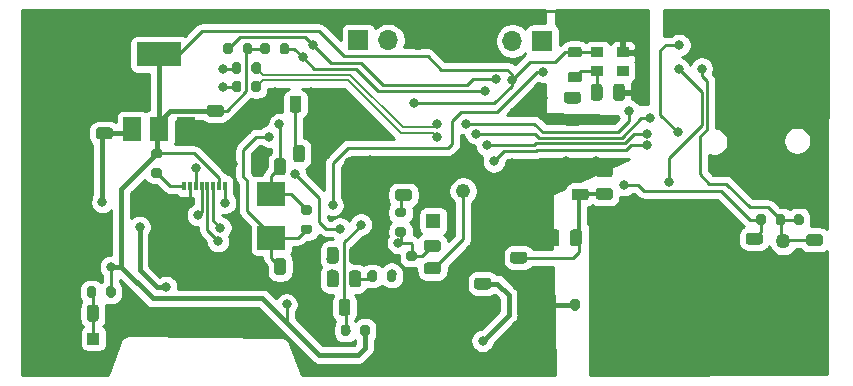
<source format=gbr>
%TF.GenerationSoftware,KiCad,Pcbnew,(5.1.9)-1*%
%TF.CreationDate,2021-04-11T16:36:30+08:00*%
%TF.ProjectId,st_usbAudioV1_demo,73745f75-7362-4417-9564-696f56315f64,rev?*%
%TF.SameCoordinates,Original*%
%TF.FileFunction,Copper,L2,Bot*%
%TF.FilePolarity,Positive*%
%FSLAX46Y46*%
G04 Gerber Fmt 4.6, Leading zero omitted, Abs format (unit mm)*
G04 Created by KiCad (PCBNEW (5.1.9)-1) date 2021-04-11 16:36:30*
%MOMM*%
%LPD*%
G01*
G04 APERTURE LIST*
%TA.AperFunction,ComponentPad*%
%ADD10O,1.700000X1.700000*%
%TD*%
%TA.AperFunction,ComponentPad*%
%ADD11R,1.700000X1.700000*%
%TD*%
%TA.AperFunction,ComponentPad*%
%ADD12R,1.000000X1.000000*%
%TD*%
%TA.AperFunction,SMDPad,CuDef*%
%ADD13R,2.400000X2.000000*%
%TD*%
%TA.AperFunction,ComponentPad*%
%ADD14O,2.100000X1.050000*%
%TD*%
%TA.AperFunction,ComponentPad*%
%ADD15O,1.600000X0.800000*%
%TD*%
%TA.AperFunction,SMDPad,CuDef*%
%ADD16R,1.000000X0.900000*%
%TD*%
%TA.AperFunction,SMDPad,CuDef*%
%ADD17R,1.500000X2.000000*%
%TD*%
%TA.AperFunction,SMDPad,CuDef*%
%ADD18R,3.800000X2.000000*%
%TD*%
%TA.AperFunction,ComponentPad*%
%ADD19R,1.222000X1.222000*%
%TD*%
%TA.AperFunction,ComponentPad*%
%ADD20C,1.222000*%
%TD*%
%TA.AperFunction,ComponentPad*%
%ADD21C,1.258000*%
%TD*%
%TA.AperFunction,SMDPad,CuDef*%
%ADD22R,0.400000X0.800000*%
%TD*%
%TA.AperFunction,SMDPad,CuDef*%
%ADD23R,0.300000X0.800000*%
%TD*%
%TA.AperFunction,ViaPad*%
%ADD24C,0.800000*%
%TD*%
%TA.AperFunction,ViaPad*%
%ADD25C,3.600000*%
%TD*%
%TA.AperFunction,Conductor*%
%ADD26C,0.400000*%
%TD*%
%TA.AperFunction,Conductor*%
%ADD27C,0.250000*%
%TD*%
%TA.AperFunction,Conductor*%
%ADD28C,0.200000*%
%TD*%
%TA.AperFunction,Conductor*%
%ADD29C,0.300000*%
%TD*%
%TA.AperFunction,Conductor*%
%ADD30C,0.254000*%
%TD*%
%TA.AperFunction,Conductor*%
%ADD31C,0.100000*%
%TD*%
G04 APERTURE END LIST*
D10*
%TO.P,J1,3*%
%TO.N,GND*%
X151640000Y-61000000D03*
%TO.P,J1,2*%
%TO.N,/SWDIO*%
X149100000Y-61000000D03*
D11*
%TO.P,J1,1*%
%TO.N,/SWCLK*%
X146560000Y-61000000D03*
%TD*%
D12*
%TO.P,RST,1*%
%TO.N,/NRST*%
X124150000Y-86250000D03*
%TD*%
D13*
%TO.P,Y1,2*%
%TO.N,Net-(C11-Pad1)*%
X139200000Y-77700000D03*
%TO.P,Y1,1*%
%TO.N,Net-(C10-Pad1)*%
X139200000Y-74000000D03*
%TD*%
%TO.P,L2,2*%
%TO.N,Net-(C16-Pad2)*%
%TA.AperFunction,SMDPad,CuDef*%
G36*
G01*
X164518750Y-63687500D02*
X165281250Y-63687500D01*
G75*
G02*
X165500000Y-63906250I0J-218750D01*
G01*
X165500000Y-64343750D01*
G75*
G02*
X165281250Y-64562500I-218750J0D01*
G01*
X164518750Y-64562500D01*
G75*
G02*
X164300000Y-64343750I0J218750D01*
G01*
X164300000Y-63906250D01*
G75*
G02*
X164518750Y-63687500I218750J0D01*
G01*
G37*
%TD.AperFunction*%
%TO.P,L2,1*%
%TO.N,+3V3*%
%TA.AperFunction,SMDPad,CuDef*%
G36*
G01*
X164518750Y-61562500D02*
X165281250Y-61562500D01*
G75*
G02*
X165500000Y-61781250I0J-218750D01*
G01*
X165500000Y-62218750D01*
G75*
G02*
X165281250Y-62437500I-218750J0D01*
G01*
X164518750Y-62437500D01*
G75*
G02*
X164300000Y-62218750I0J218750D01*
G01*
X164300000Y-61781250D01*
G75*
G02*
X164518750Y-61562500I218750J0D01*
G01*
G37*
%TD.AperFunction*%
%TD*%
D14*
%TO.P,USB1,P3*%
%TO.N,GND*%
X119432000Y-69300000D03*
%TO.P,USB1,P6*%
X119432000Y-77500000D03*
D15*
%TO.P,USB1,P2*%
X122512000Y-75825000D03*
%TO.P,USB1,P1*%
X122512000Y-70975000D03*
%TD*%
D16*
%TO.P,X1,4*%
%TO.N,Net-(C16-Pad2)*%
X166825000Y-63575000D03*
%TO.P,X1,3*%
%TO.N,Net-(R8-Pad2)*%
X168975000Y-63575000D03*
%TO.P,X1,2*%
%TO.N,GND*%
X168975000Y-62025000D03*
%TO.P,X1,1*%
%TO.N,+3V3*%
X166825000Y-62025000D03*
%TD*%
D17*
%TO.P,U2,1*%
%TO.N,GND*%
X132025000Y-68500000D03*
%TO.P,U2,3*%
%TO.N,+5V*%
X127425000Y-68500000D03*
%TO.P,U2,2*%
%TO.N,+3V3*%
X129725000Y-68500000D03*
D18*
X129725000Y-62200000D03*
%TD*%
D19*
%TO.P,RV1,1*%
%TO.N,/SPK+*%
X152910000Y-76300000D03*
D20*
%TO.P,RV1,2*%
%TO.N,Net-(C19-Pad2)*%
X155450000Y-73760000D03*
%TO.P,RV1,3*%
%TO.N,GND*%
X157990000Y-76300000D03*
%TD*%
%TO.P,R19,2*%
%TO.N,Net-(J4-Pad1)*%
%TA.AperFunction,SMDPad,CuDef*%
G36*
G01*
X129225000Y-71825000D02*
X129775000Y-71825000D01*
G75*
G02*
X129975000Y-72025000I0J-200000D01*
G01*
X129975000Y-72425000D01*
G75*
G02*
X129775000Y-72625000I-200000J0D01*
G01*
X129225000Y-72625000D01*
G75*
G02*
X129025000Y-72425000I0J200000D01*
G01*
X129025000Y-72025000D01*
G75*
G02*
X129225000Y-71825000I200000J0D01*
G01*
G37*
%TD.AperFunction*%
%TO.P,R19,1*%
%TO.N,+3V3*%
%TA.AperFunction,SMDPad,CuDef*%
G36*
G01*
X129225000Y-70175000D02*
X129775000Y-70175000D01*
G75*
G02*
X129975000Y-70375000I0J-200000D01*
G01*
X129975000Y-70775000D01*
G75*
G02*
X129775000Y-70975000I-200000J0D01*
G01*
X129225000Y-70975000D01*
G75*
G02*
X129025000Y-70775000I0J200000D01*
G01*
X129025000Y-70375000D01*
G75*
G02*
X129225000Y-70175000I200000J0D01*
G01*
G37*
%TD.AperFunction*%
%TD*%
%TO.P,R18,2*%
%TO.N,Net-(R18-Pad2)*%
%TA.AperFunction,SMDPad,CuDef*%
G36*
G01*
X149000000Y-81225000D02*
X149000000Y-80675000D01*
G75*
G02*
X149200000Y-80475000I200000J0D01*
G01*
X149600000Y-80475000D01*
G75*
G02*
X149800000Y-80675000I0J-200000D01*
G01*
X149800000Y-81225000D01*
G75*
G02*
X149600000Y-81425000I-200000J0D01*
G01*
X149200000Y-81425000D01*
G75*
G02*
X149000000Y-81225000I0J200000D01*
G01*
G37*
%TD.AperFunction*%
%TO.P,R18,1*%
%TO.N,Net-(C22-Pad2)*%
%TA.AperFunction,SMDPad,CuDef*%
G36*
G01*
X147350000Y-81225000D02*
X147350000Y-80675000D01*
G75*
G02*
X147550000Y-80475000I200000J0D01*
G01*
X147950000Y-80475000D01*
G75*
G02*
X148150000Y-80675000I0J-200000D01*
G01*
X148150000Y-81225000D01*
G75*
G02*
X147950000Y-81425000I-200000J0D01*
G01*
X147550000Y-81425000D01*
G75*
G02*
X147350000Y-81225000I0J200000D01*
G01*
G37*
%TD.AperFunction*%
%TD*%
%TO.P,R17,2*%
%TO.N,Net-(C19-Pad1)*%
%TA.AperFunction,SMDPad,CuDef*%
G36*
G01*
X151375000Y-79675000D02*
X150825000Y-79675000D01*
G75*
G02*
X150625000Y-79475000I0J200000D01*
G01*
X150625000Y-79075000D01*
G75*
G02*
X150825000Y-78875000I200000J0D01*
G01*
X151375000Y-78875000D01*
G75*
G02*
X151575000Y-79075000I0J-200000D01*
G01*
X151575000Y-79475000D01*
G75*
G02*
X151375000Y-79675000I-200000J0D01*
G01*
G37*
%TD.AperFunction*%
%TO.P,R17,1*%
%TO.N,GND*%
%TA.AperFunction,SMDPad,CuDef*%
G36*
G01*
X151375000Y-81325000D02*
X150825000Y-81325000D01*
G75*
G02*
X150625000Y-81125000I0J200000D01*
G01*
X150625000Y-80725000D01*
G75*
G02*
X150825000Y-80525000I200000J0D01*
G01*
X151375000Y-80525000D01*
G75*
G02*
X151575000Y-80725000I0J-200000D01*
G01*
X151575000Y-81125000D01*
G75*
G02*
X151375000Y-81325000I-200000J0D01*
G01*
G37*
%TD.AperFunction*%
%TD*%
%TO.P,R16,2*%
%TO.N,Net-(C23-Pad2)*%
%TA.AperFunction,SMDPad,CuDef*%
G36*
G01*
X181925000Y-76475000D02*
X181925000Y-75925000D01*
G75*
G02*
X182125000Y-75725000I200000J0D01*
G01*
X182525000Y-75725000D01*
G75*
G02*
X182725000Y-75925000I0J-200000D01*
G01*
X182725000Y-76475000D01*
G75*
G02*
X182525000Y-76675000I-200000J0D01*
G01*
X182125000Y-76675000D01*
G75*
G02*
X181925000Y-76475000I0J200000D01*
G01*
G37*
%TD.AperFunction*%
%TO.P,R16,1*%
%TO.N,/MICBIAS*%
%TA.AperFunction,SMDPad,CuDef*%
G36*
G01*
X180275000Y-76475000D02*
X180275000Y-75925000D01*
G75*
G02*
X180475000Y-75725000I200000J0D01*
G01*
X180875000Y-75725000D01*
G75*
G02*
X181075000Y-75925000I0J-200000D01*
G01*
X181075000Y-76475000D01*
G75*
G02*
X180875000Y-76675000I-200000J0D01*
G01*
X180475000Y-76675000D01*
G75*
G02*
X180275000Y-76475000I0J200000D01*
G01*
G37*
%TD.AperFunction*%
%TD*%
%TO.P,R15,2*%
%TO.N,GNDA*%
%TA.AperFunction,SMDPad,CuDef*%
G36*
G01*
X185125000Y-76475000D02*
X185125000Y-75925000D01*
G75*
G02*
X185325000Y-75725000I200000J0D01*
G01*
X185725000Y-75725000D01*
G75*
G02*
X185925000Y-75925000I0J-200000D01*
G01*
X185925000Y-76475000D01*
G75*
G02*
X185725000Y-76675000I-200000J0D01*
G01*
X185325000Y-76675000D01*
G75*
G02*
X185125000Y-76475000I0J200000D01*
G01*
G37*
%TD.AperFunction*%
%TO.P,R15,1*%
%TO.N,Net-(C23-Pad2)*%
%TA.AperFunction,SMDPad,CuDef*%
G36*
G01*
X183475000Y-76475000D02*
X183475000Y-75925000D01*
G75*
G02*
X183675000Y-75725000I200000J0D01*
G01*
X184075000Y-75725000D01*
G75*
G02*
X184275000Y-75925000I0J-200000D01*
G01*
X184275000Y-76475000D01*
G75*
G02*
X184075000Y-76675000I-200000J0D01*
G01*
X183675000Y-76675000D01*
G75*
G02*
X183475000Y-76475000I0J200000D01*
G01*
G37*
%TD.AperFunction*%
%TD*%
%TO.P,R14,2*%
%TO.N,/SCL*%
%TA.AperFunction,SMDPad,CuDef*%
G36*
G01*
X135950000Y-61425000D02*
X135950000Y-61975000D01*
G75*
G02*
X135750000Y-62175000I-200000J0D01*
G01*
X135350000Y-62175000D01*
G75*
G02*
X135150000Y-61975000I0J200000D01*
G01*
X135150000Y-61425000D01*
G75*
G02*
X135350000Y-61225000I200000J0D01*
G01*
X135750000Y-61225000D01*
G75*
G02*
X135950000Y-61425000I0J-200000D01*
G01*
G37*
%TD.AperFunction*%
%TO.P,R14,1*%
%TO.N,+3V3*%
%TA.AperFunction,SMDPad,CuDef*%
G36*
G01*
X137600000Y-61425000D02*
X137600000Y-61975000D01*
G75*
G02*
X137400000Y-62175000I-200000J0D01*
G01*
X137000000Y-62175000D01*
G75*
G02*
X136800000Y-61975000I0J200000D01*
G01*
X136800000Y-61425000D01*
G75*
G02*
X137000000Y-61225000I200000J0D01*
G01*
X137400000Y-61225000D01*
G75*
G02*
X137600000Y-61425000I0J-200000D01*
G01*
G37*
%TD.AperFunction*%
%TD*%
%TO.P,R13,2*%
%TO.N,/SDA*%
%TA.AperFunction,SMDPad,CuDef*%
G36*
G01*
X139925000Y-61975000D02*
X139925000Y-61425000D01*
G75*
G02*
X140125000Y-61225000I200000J0D01*
G01*
X140525000Y-61225000D01*
G75*
G02*
X140725000Y-61425000I0J-200000D01*
G01*
X140725000Y-61975000D01*
G75*
G02*
X140525000Y-62175000I-200000J0D01*
G01*
X140125000Y-62175000D01*
G75*
G02*
X139925000Y-61975000I0J200000D01*
G01*
G37*
%TD.AperFunction*%
%TO.P,R13,1*%
%TO.N,+3V3*%
%TA.AperFunction,SMDPad,CuDef*%
G36*
G01*
X138275000Y-61975000D02*
X138275000Y-61425000D01*
G75*
G02*
X138475000Y-61225000I200000J0D01*
G01*
X138875000Y-61225000D01*
G75*
G02*
X139075000Y-61425000I0J-200000D01*
G01*
X139075000Y-61975000D01*
G75*
G02*
X138875000Y-62175000I-200000J0D01*
G01*
X138475000Y-62175000D01*
G75*
G02*
X138275000Y-61975000I0J200000D01*
G01*
G37*
%TD.AperFunction*%
%TD*%
%TO.P,R11,2*%
%TO.N,+3V3*%
%TA.AperFunction,SMDPad,CuDef*%
G36*
G01*
X150425000Y-75975000D02*
X149875000Y-75975000D01*
G75*
G02*
X149675000Y-75775000I0J200000D01*
G01*
X149675000Y-75375000D01*
G75*
G02*
X149875000Y-75175000I200000J0D01*
G01*
X150425000Y-75175000D01*
G75*
G02*
X150625000Y-75375000I0J-200000D01*
G01*
X150625000Y-75775000D01*
G75*
G02*
X150425000Y-75975000I-200000J0D01*
G01*
G37*
%TD.AperFunction*%
%TO.P,R11,1*%
%TO.N,Net-(C19-Pad1)*%
%TA.AperFunction,SMDPad,CuDef*%
G36*
G01*
X150425000Y-77625000D02*
X149875000Y-77625000D01*
G75*
G02*
X149675000Y-77425000I0J200000D01*
G01*
X149675000Y-77025000D01*
G75*
G02*
X149875000Y-76825000I200000J0D01*
G01*
X150425000Y-76825000D01*
G75*
G02*
X150625000Y-77025000I0J-200000D01*
G01*
X150625000Y-77425000D01*
G75*
G02*
X150425000Y-77625000I-200000J0D01*
G01*
G37*
%TD.AperFunction*%
%TD*%
%TO.P,R10,2*%
%TO.N,/USR*%
%TA.AperFunction,SMDPad,CuDef*%
G36*
G01*
X145900000Y-85275000D02*
X145900000Y-85825000D01*
G75*
G02*
X145700000Y-86025000I-200000J0D01*
G01*
X145300000Y-86025000D01*
G75*
G02*
X145100000Y-85825000I0J200000D01*
G01*
X145100000Y-85275000D01*
G75*
G02*
X145300000Y-85075000I200000J0D01*
G01*
X145700000Y-85075000D01*
G75*
G02*
X145900000Y-85275000I0J-200000D01*
G01*
G37*
%TD.AperFunction*%
%TO.P,R10,1*%
%TO.N,+3V3*%
%TA.AperFunction,SMDPad,CuDef*%
G36*
G01*
X147550000Y-85275000D02*
X147550000Y-85825000D01*
G75*
G02*
X147350000Y-86025000I-200000J0D01*
G01*
X146950000Y-86025000D01*
G75*
G02*
X146750000Y-85825000I0J200000D01*
G01*
X146750000Y-85275000D01*
G75*
G02*
X146950000Y-85075000I200000J0D01*
G01*
X147350000Y-85075000D01*
G75*
G02*
X147550000Y-85275000I0J-200000D01*
G01*
G37*
%TD.AperFunction*%
%TD*%
%TO.P,R7,2*%
%TO.N,GND*%
%TA.AperFunction,SMDPad,CuDef*%
G36*
G01*
X165325000Y-83125000D02*
X165325000Y-83675000D01*
G75*
G02*
X165125000Y-83875000I-200000J0D01*
G01*
X164725000Y-83875000D01*
G75*
G02*
X164525000Y-83675000I0J200000D01*
G01*
X164525000Y-83125000D01*
G75*
G02*
X164725000Y-82925000I200000J0D01*
G01*
X165125000Y-82925000D01*
G75*
G02*
X165325000Y-83125000I0J-200000D01*
G01*
G37*
%TD.AperFunction*%
%TO.P,R7,1*%
%TO.N,GNDA*%
%TA.AperFunction,SMDPad,CuDef*%
G36*
G01*
X166975000Y-83125000D02*
X166975000Y-83675000D01*
G75*
G02*
X166775000Y-83875000I-200000J0D01*
G01*
X166375000Y-83875000D01*
G75*
G02*
X166175000Y-83675000I0J200000D01*
G01*
X166175000Y-83125000D01*
G75*
G02*
X166375000Y-82925000I200000J0D01*
G01*
X166775000Y-82925000D01*
G75*
G02*
X166975000Y-83125000I0J-200000D01*
G01*
G37*
%TD.AperFunction*%
%TD*%
%TO.P,R6,2*%
%TO.N,Net-(C11-Pad1)*%
%TA.AperFunction,SMDPad,CuDef*%
G36*
G01*
X141925000Y-76600000D02*
X142475000Y-76600000D01*
G75*
G02*
X142675000Y-76800000I0J-200000D01*
G01*
X142675000Y-77200000D01*
G75*
G02*
X142475000Y-77400000I-200000J0D01*
G01*
X141925000Y-77400000D01*
G75*
G02*
X141725000Y-77200000I0J200000D01*
G01*
X141725000Y-76800000D01*
G75*
G02*
X141925000Y-76600000I200000J0D01*
G01*
G37*
%TD.AperFunction*%
%TO.P,R6,1*%
%TO.N,Net-(C10-Pad1)*%
%TA.AperFunction,SMDPad,CuDef*%
G36*
G01*
X141925000Y-74950000D02*
X142475000Y-74950000D01*
G75*
G02*
X142675000Y-75150000I0J-200000D01*
G01*
X142675000Y-75550000D01*
G75*
G02*
X142475000Y-75750000I-200000J0D01*
G01*
X141925000Y-75750000D01*
G75*
G02*
X141725000Y-75550000I0J200000D01*
G01*
X141725000Y-75150000D01*
G75*
G02*
X141925000Y-74950000I200000J0D01*
G01*
G37*
%TD.AperFunction*%
%TD*%
%TO.P,R4,2*%
%TO.N,/d_P*%
%TA.AperFunction,SMDPad,CuDef*%
G36*
G01*
X136675000Y-63075000D02*
X136675000Y-63625000D01*
G75*
G02*
X136475000Y-63825000I-200000J0D01*
G01*
X136075000Y-63825000D01*
G75*
G02*
X135875000Y-63625000I0J200000D01*
G01*
X135875000Y-63075000D01*
G75*
G02*
X136075000Y-62875000I200000J0D01*
G01*
X136475000Y-62875000D01*
G75*
G02*
X136675000Y-63075000I0J-200000D01*
G01*
G37*
%TD.AperFunction*%
%TO.P,R4,1*%
%TO.N,/USB1_D+*%
%TA.AperFunction,SMDPad,CuDef*%
G36*
G01*
X138325000Y-63075000D02*
X138325000Y-63625000D01*
G75*
G02*
X138125000Y-63825000I-200000J0D01*
G01*
X137725000Y-63825000D01*
G75*
G02*
X137525000Y-63625000I0J200000D01*
G01*
X137525000Y-63075000D01*
G75*
G02*
X137725000Y-62875000I200000J0D01*
G01*
X138125000Y-62875000D01*
G75*
G02*
X138325000Y-63075000I0J-200000D01*
G01*
G37*
%TD.AperFunction*%
%TD*%
%TO.P,R3,2*%
%TO.N,/d_N*%
%TA.AperFunction,SMDPad,CuDef*%
G36*
G01*
X136675000Y-64625000D02*
X136675000Y-65175000D01*
G75*
G02*
X136475000Y-65375000I-200000J0D01*
G01*
X136075000Y-65375000D01*
G75*
G02*
X135875000Y-65175000I0J200000D01*
G01*
X135875000Y-64625000D01*
G75*
G02*
X136075000Y-64425000I200000J0D01*
G01*
X136475000Y-64425000D01*
G75*
G02*
X136675000Y-64625000I0J-200000D01*
G01*
G37*
%TD.AperFunction*%
%TO.P,R3,1*%
%TO.N,/USB1_D-*%
%TA.AperFunction,SMDPad,CuDef*%
G36*
G01*
X138325000Y-64625000D02*
X138325000Y-65175000D01*
G75*
G02*
X138125000Y-65375000I-200000J0D01*
G01*
X137725000Y-65375000D01*
G75*
G02*
X137525000Y-65175000I0J200000D01*
G01*
X137525000Y-64625000D01*
G75*
G02*
X137725000Y-64425000I200000J0D01*
G01*
X138125000Y-64425000D01*
G75*
G02*
X138325000Y-64625000I0J-200000D01*
G01*
G37*
%TD.AperFunction*%
%TD*%
%TO.P,R2,2*%
%TO.N,/NRST*%
%TA.AperFunction,SMDPad,CuDef*%
G36*
G01*
X124375000Y-82025000D02*
X124375000Y-82575000D01*
G75*
G02*
X124175000Y-82775000I-200000J0D01*
G01*
X123775000Y-82775000D01*
G75*
G02*
X123575000Y-82575000I0J200000D01*
G01*
X123575000Y-82025000D01*
G75*
G02*
X123775000Y-81825000I200000J0D01*
G01*
X124175000Y-81825000D01*
G75*
G02*
X124375000Y-82025000I0J-200000D01*
G01*
G37*
%TD.AperFunction*%
%TO.P,R2,1*%
%TO.N,+3V3*%
%TA.AperFunction,SMDPad,CuDef*%
G36*
G01*
X126025000Y-82025000D02*
X126025000Y-82575000D01*
G75*
G02*
X125825000Y-82775000I-200000J0D01*
G01*
X125425000Y-82775000D01*
G75*
G02*
X125225000Y-82575000I0J200000D01*
G01*
X125225000Y-82025000D01*
G75*
G02*
X125425000Y-81825000I200000J0D01*
G01*
X125825000Y-81825000D01*
G75*
G02*
X126025000Y-82025000I0J-200000D01*
G01*
G37*
%TD.AperFunction*%
%TD*%
D21*
%TO.P,MK1,OUT*%
%TO.N,Net-(C23-Pad2)*%
X182550000Y-78025000D03*
%TO.P,MK1,GND*%
%TO.N,GNDA*%
X182550000Y-79925000D03*
%TD*%
D22*
%TO.P,J4,S2*%
%TO.N,GND*%
X136300000Y-75825000D03*
%TO.P,J4,S1*%
X130800000Y-75825000D03*
D23*
%TO.P,J4,8*%
%TO.N,/LCD_CS*%
X135300000Y-73325000D03*
%TO.P,J4,7*%
%TO.N,+3V3*%
X134800000Y-73325000D03*
%TO.P,J4,6*%
%TO.N,/LCD_CLK*%
X134300000Y-73325000D03*
%TO.P,J4,5*%
%TO.N,/LCD_MOSI*%
X133800000Y-73325000D03*
%TO.P,J4,4*%
%TO.N,/LCD_RS*%
X133300000Y-73325000D03*
%TO.P,J4,3*%
%TO.N,/LCD_RST*%
X132800000Y-73325000D03*
%TO.P,J4,2*%
%TO.N,GND*%
X132300000Y-73325000D03*
%TO.P,J4,1*%
%TO.N,Net-(J4-Pad1)*%
X131800000Y-73325000D03*
%TD*%
D10*
%TO.P,J3,3*%
%TO.N,GND*%
X157078000Y-61060000D03*
%TO.P,J3,2*%
%TO.N,/RX1*%
X159618000Y-61060000D03*
D11*
%TO.P,J3,1*%
%TO.N,/TX1*%
X162158000Y-61060000D03*
%TD*%
%TO.P,C33,2*%
%TO.N,/MICBIAS*%
%TA.AperFunction,SMDPad,CuDef*%
G36*
G01*
X180575000Y-78300000D02*
X179625000Y-78300000D01*
G75*
G02*
X179375000Y-78050000I0J250000D01*
G01*
X179375000Y-77550000D01*
G75*
G02*
X179625000Y-77300000I250000J0D01*
G01*
X180575000Y-77300000D01*
G75*
G02*
X180825000Y-77550000I0J-250000D01*
G01*
X180825000Y-78050000D01*
G75*
G02*
X180575000Y-78300000I-250000J0D01*
G01*
G37*
%TD.AperFunction*%
%TO.P,C33,1*%
%TO.N,GNDA*%
%TA.AperFunction,SMDPad,CuDef*%
G36*
G01*
X180575000Y-80200000D02*
X179625000Y-80200000D01*
G75*
G02*
X179375000Y-79950000I0J250000D01*
G01*
X179375000Y-79450000D01*
G75*
G02*
X179625000Y-79200000I250000J0D01*
G01*
X180575000Y-79200000D01*
G75*
G02*
X180825000Y-79450000I0J-250000D01*
G01*
X180825000Y-79950000D01*
G75*
G02*
X180575000Y-80200000I-250000J0D01*
G01*
G37*
%TD.AperFunction*%
%TD*%
%TO.P,C32,2*%
%TO.N,+3.3VA*%
%TA.AperFunction,SMDPad,CuDef*%
G36*
G01*
X166925000Y-73500000D02*
X167875000Y-73500000D01*
G75*
G02*
X168125000Y-73750000I0J-250000D01*
G01*
X168125000Y-74250000D01*
G75*
G02*
X167875000Y-74500000I-250000J0D01*
G01*
X166925000Y-74500000D01*
G75*
G02*
X166675000Y-74250000I0J250000D01*
G01*
X166675000Y-73750000D01*
G75*
G02*
X166925000Y-73500000I250000J0D01*
G01*
G37*
%TD.AperFunction*%
%TO.P,C32,1*%
%TO.N,GND*%
%TA.AperFunction,SMDPad,CuDef*%
G36*
G01*
X166925000Y-71600000D02*
X167875000Y-71600000D01*
G75*
G02*
X168125000Y-71850000I0J-250000D01*
G01*
X168125000Y-72350000D01*
G75*
G02*
X167875000Y-72600000I-250000J0D01*
G01*
X166925000Y-72600000D01*
G75*
G02*
X166675000Y-72350000I0J250000D01*
G01*
X166675000Y-71850000D01*
G75*
G02*
X166925000Y-71600000I250000J0D01*
G01*
G37*
%TD.AperFunction*%
%TD*%
%TO.P,C30,2*%
%TO.N,Net-(C23-Pad2)*%
%TA.AperFunction,SMDPad,CuDef*%
G36*
G01*
X185675000Y-78400000D02*
X184725000Y-78400000D01*
G75*
G02*
X184475000Y-78150000I0J250000D01*
G01*
X184475000Y-77650000D01*
G75*
G02*
X184725000Y-77400000I250000J0D01*
G01*
X185675000Y-77400000D01*
G75*
G02*
X185925000Y-77650000I0J-250000D01*
G01*
X185925000Y-78150000D01*
G75*
G02*
X185675000Y-78400000I-250000J0D01*
G01*
G37*
%TD.AperFunction*%
%TO.P,C30,1*%
%TO.N,GNDA*%
%TA.AperFunction,SMDPad,CuDef*%
G36*
G01*
X185675000Y-80300000D02*
X184725000Y-80300000D01*
G75*
G02*
X184475000Y-80050000I0J250000D01*
G01*
X184475000Y-79550000D01*
G75*
G02*
X184725000Y-79300000I250000J0D01*
G01*
X185675000Y-79300000D01*
G75*
G02*
X185925000Y-79550000I0J-250000D01*
G01*
X185925000Y-80050000D01*
G75*
G02*
X185675000Y-80300000I-250000J0D01*
G01*
G37*
%TD.AperFunction*%
%TD*%
%TO.P,C28,2*%
%TO.N,+3.3VA*%
%TA.AperFunction,SMDPad,CuDef*%
G36*
G01*
X164875000Y-73550000D02*
X165825000Y-73550000D01*
G75*
G02*
X166075000Y-73800000I0J-250000D01*
G01*
X166075000Y-74300000D01*
G75*
G02*
X165825000Y-74550000I-250000J0D01*
G01*
X164875000Y-74550000D01*
G75*
G02*
X164625000Y-74300000I0J250000D01*
G01*
X164625000Y-73800000D01*
G75*
G02*
X164875000Y-73550000I250000J0D01*
G01*
G37*
%TD.AperFunction*%
%TO.P,C28,1*%
%TO.N,GND*%
%TA.AperFunction,SMDPad,CuDef*%
G36*
G01*
X164875000Y-71650000D02*
X165825000Y-71650000D01*
G75*
G02*
X166075000Y-71900000I0J-250000D01*
G01*
X166075000Y-72400000D01*
G75*
G02*
X165825000Y-72650000I-250000J0D01*
G01*
X164875000Y-72650000D01*
G75*
G02*
X164625000Y-72400000I0J250000D01*
G01*
X164625000Y-71900000D01*
G75*
G02*
X164875000Y-71650000I250000J0D01*
G01*
G37*
%TD.AperFunction*%
%TD*%
%TO.P,C22,2*%
%TO.N,Net-(C22-Pad2)*%
%TA.AperFunction,SMDPad,CuDef*%
G36*
G01*
X145800000Y-81675000D02*
X145800000Y-80725000D01*
G75*
G02*
X146050000Y-80475000I250000J0D01*
G01*
X146550000Y-80475000D01*
G75*
G02*
X146800000Y-80725000I0J-250000D01*
G01*
X146800000Y-81675000D01*
G75*
G02*
X146550000Y-81925000I-250000J0D01*
G01*
X146050000Y-81925000D01*
G75*
G02*
X145800000Y-81675000I0J250000D01*
G01*
G37*
%TD.AperFunction*%
%TO.P,C22,1*%
%TO.N,Net-(C22-Pad1)*%
%TA.AperFunction,SMDPad,CuDef*%
G36*
G01*
X143900000Y-81675000D02*
X143900000Y-80725000D01*
G75*
G02*
X144150000Y-80475000I250000J0D01*
G01*
X144650000Y-80475000D01*
G75*
G02*
X144900000Y-80725000I0J-250000D01*
G01*
X144900000Y-81675000D01*
G75*
G02*
X144650000Y-81925000I-250000J0D01*
G01*
X144150000Y-81925000D01*
G75*
G02*
X143900000Y-81675000I0J250000D01*
G01*
G37*
%TD.AperFunction*%
%TD*%
%TO.P,C21,2*%
%TO.N,Net-(C21-Pad2)*%
%TA.AperFunction,SMDPad,CuDef*%
G36*
G01*
X144900000Y-78725000D02*
X144900000Y-79675000D01*
G75*
G02*
X144650000Y-79925000I-250000J0D01*
G01*
X144150000Y-79925000D01*
G75*
G02*
X143900000Y-79675000I0J250000D01*
G01*
X143900000Y-78725000D01*
G75*
G02*
X144150000Y-78475000I250000J0D01*
G01*
X144650000Y-78475000D01*
G75*
G02*
X144900000Y-78725000I0J-250000D01*
G01*
G37*
%TD.AperFunction*%
%TO.P,C21,1*%
%TO.N,GND*%
%TA.AperFunction,SMDPad,CuDef*%
G36*
G01*
X146800000Y-78725000D02*
X146800000Y-79675000D01*
G75*
G02*
X146550000Y-79925000I-250000J0D01*
G01*
X146050000Y-79925000D01*
G75*
G02*
X145800000Y-79675000I0J250000D01*
G01*
X145800000Y-78725000D01*
G75*
G02*
X146050000Y-78475000I250000J0D01*
G01*
X146550000Y-78475000D01*
G75*
G02*
X146800000Y-78725000I0J-250000D01*
G01*
G37*
%TD.AperFunction*%
%TD*%
%TO.P,C20,2*%
%TO.N,+3V3*%
%TA.AperFunction,SMDPad,CuDef*%
G36*
G01*
X165175000Y-66350000D02*
X164225000Y-66350000D01*
G75*
G02*
X163975000Y-66100000I0J250000D01*
G01*
X163975000Y-65600000D01*
G75*
G02*
X164225000Y-65350000I250000J0D01*
G01*
X165175000Y-65350000D01*
G75*
G02*
X165425000Y-65600000I0J-250000D01*
G01*
X165425000Y-66100000D01*
G75*
G02*
X165175000Y-66350000I-250000J0D01*
G01*
G37*
%TD.AperFunction*%
%TO.P,C20,1*%
%TO.N,GND*%
%TA.AperFunction,SMDPad,CuDef*%
G36*
G01*
X165175000Y-68250000D02*
X164225000Y-68250000D01*
G75*
G02*
X163975000Y-68000000I0J250000D01*
G01*
X163975000Y-67500000D01*
G75*
G02*
X164225000Y-67250000I250000J0D01*
G01*
X165175000Y-67250000D01*
G75*
G02*
X165425000Y-67500000I0J-250000D01*
G01*
X165425000Y-68000000D01*
G75*
G02*
X165175000Y-68250000I-250000J0D01*
G01*
G37*
%TD.AperFunction*%
%TD*%
%TO.P,C19,2*%
%TO.N,Net-(C19-Pad2)*%
%TA.AperFunction,SMDPad,CuDef*%
G36*
G01*
X152375000Y-79800000D02*
X153325000Y-79800000D01*
G75*
G02*
X153575000Y-80050000I0J-250000D01*
G01*
X153575000Y-80550000D01*
G75*
G02*
X153325000Y-80800000I-250000J0D01*
G01*
X152375000Y-80800000D01*
G75*
G02*
X152125000Y-80550000I0J250000D01*
G01*
X152125000Y-80050000D01*
G75*
G02*
X152375000Y-79800000I250000J0D01*
G01*
G37*
%TD.AperFunction*%
%TO.P,C19,1*%
%TO.N,Net-(C19-Pad1)*%
%TA.AperFunction,SMDPad,CuDef*%
G36*
G01*
X152375000Y-77900000D02*
X153325000Y-77900000D01*
G75*
G02*
X153575000Y-78150000I0J-250000D01*
G01*
X153575000Y-78650000D01*
G75*
G02*
X153325000Y-78900000I-250000J0D01*
G01*
X152375000Y-78900000D01*
G75*
G02*
X152125000Y-78650000I0J250000D01*
G01*
X152125000Y-78150000D01*
G75*
G02*
X152375000Y-77900000I250000J0D01*
G01*
G37*
%TD.AperFunction*%
%TD*%
%TO.P,C17,2*%
%TO.N,/USR*%
%TA.AperFunction,SMDPad,CuDef*%
G36*
G01*
X145900000Y-83125000D02*
X145900000Y-84075000D01*
G75*
G02*
X145650000Y-84325000I-250000J0D01*
G01*
X145150000Y-84325000D01*
G75*
G02*
X144900000Y-84075000I0J250000D01*
G01*
X144900000Y-83125000D01*
G75*
G02*
X145150000Y-82875000I250000J0D01*
G01*
X145650000Y-82875000D01*
G75*
G02*
X145900000Y-83125000I0J-250000D01*
G01*
G37*
%TD.AperFunction*%
%TO.P,C17,1*%
%TO.N,GND*%
%TA.AperFunction,SMDPad,CuDef*%
G36*
G01*
X147800000Y-83125000D02*
X147800000Y-84075000D01*
G75*
G02*
X147550000Y-84325000I-250000J0D01*
G01*
X147050000Y-84325000D01*
G75*
G02*
X146800000Y-84075000I0J250000D01*
G01*
X146800000Y-83125000D01*
G75*
G02*
X147050000Y-82875000I250000J0D01*
G01*
X147550000Y-82875000D01*
G75*
G02*
X147800000Y-83125000I0J-250000D01*
G01*
G37*
%TD.AperFunction*%
%TD*%
%TO.P,C16,2*%
%TO.N,Net-(C16-Pad2)*%
%TA.AperFunction,SMDPad,CuDef*%
G36*
G01*
X167250000Y-64925000D02*
X167250000Y-65875000D01*
G75*
G02*
X167000000Y-66125000I-250000J0D01*
G01*
X166500000Y-66125000D01*
G75*
G02*
X166250000Y-65875000I0J250000D01*
G01*
X166250000Y-64925000D01*
G75*
G02*
X166500000Y-64675000I250000J0D01*
G01*
X167000000Y-64675000D01*
G75*
G02*
X167250000Y-64925000I0J-250000D01*
G01*
G37*
%TD.AperFunction*%
%TO.P,C16,1*%
%TO.N,GND*%
%TA.AperFunction,SMDPad,CuDef*%
G36*
G01*
X169150000Y-64925000D02*
X169150000Y-65875000D01*
G75*
G02*
X168900000Y-66125000I-250000J0D01*
G01*
X168400000Y-66125000D01*
G75*
G02*
X168150000Y-65875000I0J250000D01*
G01*
X168150000Y-64925000D01*
G75*
G02*
X168400000Y-64675000I250000J0D01*
G01*
X168900000Y-64675000D01*
G75*
G02*
X169150000Y-64925000I0J-250000D01*
G01*
G37*
%TD.AperFunction*%
%TD*%
%TO.P,C15,2*%
%TO.N,GND*%
%TA.AperFunction,SMDPad,CuDef*%
G36*
G01*
X142950000Y-71075000D02*
X142950000Y-70125000D01*
G75*
G02*
X143200000Y-69875000I250000J0D01*
G01*
X143700000Y-69875000D01*
G75*
G02*
X143950000Y-70125000I0J-250000D01*
G01*
X143950000Y-71075000D01*
G75*
G02*
X143700000Y-71325000I-250000J0D01*
G01*
X143200000Y-71325000D01*
G75*
G02*
X142950000Y-71075000I0J250000D01*
G01*
G37*
%TD.AperFunction*%
%TO.P,C15,1*%
%TO.N,+3V3*%
%TA.AperFunction,SMDPad,CuDef*%
G36*
G01*
X141050000Y-71075000D02*
X141050000Y-70125000D01*
G75*
G02*
X141300000Y-69875000I250000J0D01*
G01*
X141800000Y-69875000D01*
G75*
G02*
X142050000Y-70125000I0J-250000D01*
G01*
X142050000Y-71075000D01*
G75*
G02*
X141800000Y-71325000I-250000J0D01*
G01*
X141300000Y-71325000D01*
G75*
G02*
X141050000Y-71075000I0J250000D01*
G01*
G37*
%TD.AperFunction*%
%TD*%
%TO.P,C13,2*%
%TO.N,+3.3VA*%
%TA.AperFunction,SMDPad,CuDef*%
G36*
G01*
X159675000Y-78900000D02*
X160625000Y-78900000D01*
G75*
G02*
X160875000Y-79150000I0J-250000D01*
G01*
X160875000Y-79650000D01*
G75*
G02*
X160625000Y-79900000I-250000J0D01*
G01*
X159675000Y-79900000D01*
G75*
G02*
X159425000Y-79650000I0J250000D01*
G01*
X159425000Y-79150000D01*
G75*
G02*
X159675000Y-78900000I250000J0D01*
G01*
G37*
%TD.AperFunction*%
%TO.P,C13,1*%
%TO.N,GND*%
%TA.AperFunction,SMDPad,CuDef*%
G36*
G01*
X159675000Y-77000000D02*
X160625000Y-77000000D01*
G75*
G02*
X160875000Y-77250000I0J-250000D01*
G01*
X160875000Y-77750000D01*
G75*
G02*
X160625000Y-78000000I-250000J0D01*
G01*
X159675000Y-78000000D01*
G75*
G02*
X159425000Y-77750000I0J250000D01*
G01*
X159425000Y-77250000D01*
G75*
G02*
X159675000Y-77000000I250000J0D01*
G01*
G37*
%TD.AperFunction*%
%TD*%
%TO.P,C12,2*%
%TO.N,+3.3VA*%
%TA.AperFunction,SMDPad,CuDef*%
G36*
G01*
X164500000Y-78200000D02*
X164500000Y-77250000D01*
G75*
G02*
X164750000Y-77000000I250000J0D01*
G01*
X165250000Y-77000000D01*
G75*
G02*
X165500000Y-77250000I0J-250000D01*
G01*
X165500000Y-78200000D01*
G75*
G02*
X165250000Y-78450000I-250000J0D01*
G01*
X164750000Y-78450000D01*
G75*
G02*
X164500000Y-78200000I0J250000D01*
G01*
G37*
%TD.AperFunction*%
%TO.P,C12,1*%
%TO.N,GND*%
%TA.AperFunction,SMDPad,CuDef*%
G36*
G01*
X162600000Y-78200000D02*
X162600000Y-77250000D01*
G75*
G02*
X162850000Y-77000000I250000J0D01*
G01*
X163350000Y-77000000D01*
G75*
G02*
X163600000Y-77250000I0J-250000D01*
G01*
X163600000Y-78200000D01*
G75*
G02*
X163350000Y-78450000I-250000J0D01*
G01*
X162850000Y-78450000D01*
G75*
G02*
X162600000Y-78200000I0J250000D01*
G01*
G37*
%TD.AperFunction*%
%TD*%
%TO.P,C11,2*%
%TO.N,GND*%
%TA.AperFunction,SMDPad,CuDef*%
G36*
G01*
X138550000Y-79675000D02*
X138550000Y-80625000D01*
G75*
G02*
X138300000Y-80875000I-250000J0D01*
G01*
X137800000Y-80875000D01*
G75*
G02*
X137550000Y-80625000I0J250000D01*
G01*
X137550000Y-79675000D01*
G75*
G02*
X137800000Y-79425000I250000J0D01*
G01*
X138300000Y-79425000D01*
G75*
G02*
X138550000Y-79675000I0J-250000D01*
G01*
G37*
%TD.AperFunction*%
%TO.P,C11,1*%
%TO.N,Net-(C11-Pad1)*%
%TA.AperFunction,SMDPad,CuDef*%
G36*
G01*
X140450000Y-79675000D02*
X140450000Y-80625000D01*
G75*
G02*
X140200000Y-80875000I-250000J0D01*
G01*
X139700000Y-80875000D01*
G75*
G02*
X139450000Y-80625000I0J250000D01*
G01*
X139450000Y-79675000D01*
G75*
G02*
X139700000Y-79425000I250000J0D01*
G01*
X140200000Y-79425000D01*
G75*
G02*
X140450000Y-79675000I0J-250000D01*
G01*
G37*
%TD.AperFunction*%
%TD*%
%TO.P,C10,2*%
%TO.N,GND*%
%TA.AperFunction,SMDPad,CuDef*%
G36*
G01*
X138550000Y-71225000D02*
X138550000Y-72175000D01*
G75*
G02*
X138300000Y-72425000I-250000J0D01*
G01*
X137800000Y-72425000D01*
G75*
G02*
X137550000Y-72175000I0J250000D01*
G01*
X137550000Y-71225000D01*
G75*
G02*
X137800000Y-70975000I250000J0D01*
G01*
X138300000Y-70975000D01*
G75*
G02*
X138550000Y-71225000I0J-250000D01*
G01*
G37*
%TD.AperFunction*%
%TO.P,C10,1*%
%TO.N,Net-(C10-Pad1)*%
%TA.AperFunction,SMDPad,CuDef*%
G36*
G01*
X140450000Y-71225000D02*
X140450000Y-72175000D01*
G75*
G02*
X140200000Y-72425000I-250000J0D01*
G01*
X139700000Y-72425000D01*
G75*
G02*
X139450000Y-72175000I0J250000D01*
G01*
X139450000Y-71225000D01*
G75*
G02*
X139700000Y-70975000I250000J0D01*
G01*
X140200000Y-70975000D01*
G75*
G02*
X140450000Y-71225000I0J-250000D01*
G01*
G37*
%TD.AperFunction*%
%TD*%
%TO.P,C9,2*%
%TO.N,+3V3*%
%TA.AperFunction,SMDPad,CuDef*%
G36*
G01*
X140750000Y-66875000D02*
X140750000Y-65925000D01*
G75*
G02*
X141000000Y-65675000I250000J0D01*
G01*
X141500000Y-65675000D01*
G75*
G02*
X141750000Y-65925000I0J-250000D01*
G01*
X141750000Y-66875000D01*
G75*
G02*
X141500000Y-67125000I-250000J0D01*
G01*
X141000000Y-67125000D01*
G75*
G02*
X140750000Y-66875000I0J250000D01*
G01*
G37*
%TD.AperFunction*%
%TO.P,C9,1*%
%TO.N,GND*%
%TA.AperFunction,SMDPad,CuDef*%
G36*
G01*
X138850000Y-66875000D02*
X138850000Y-65925000D01*
G75*
G02*
X139100000Y-65675000I250000J0D01*
G01*
X139600000Y-65675000D01*
G75*
G02*
X139850000Y-65925000I0J-250000D01*
G01*
X139850000Y-66875000D01*
G75*
G02*
X139600000Y-67125000I-250000J0D01*
G01*
X139100000Y-67125000D01*
G75*
G02*
X138850000Y-66875000I0J250000D01*
G01*
G37*
%TD.AperFunction*%
%TD*%
%TO.P,C7,2*%
%TO.N,+3V3*%
%TA.AperFunction,SMDPad,CuDef*%
G36*
G01*
X134947000Y-67468000D02*
X133997000Y-67468000D01*
G75*
G02*
X133747000Y-67218000I0J250000D01*
G01*
X133747000Y-66718000D01*
G75*
G02*
X133997000Y-66468000I250000J0D01*
G01*
X134947000Y-66468000D01*
G75*
G02*
X135197000Y-66718000I0J-250000D01*
G01*
X135197000Y-67218000D01*
G75*
G02*
X134947000Y-67468000I-250000J0D01*
G01*
G37*
%TD.AperFunction*%
%TO.P,C7,1*%
%TO.N,GND*%
%TA.AperFunction,SMDPad,CuDef*%
G36*
G01*
X134947000Y-69368000D02*
X133997000Y-69368000D01*
G75*
G02*
X133747000Y-69118000I0J250000D01*
G01*
X133747000Y-68618000D01*
G75*
G02*
X133997000Y-68368000I250000J0D01*
G01*
X134947000Y-68368000D01*
G75*
G02*
X135197000Y-68618000I0J-250000D01*
G01*
X135197000Y-69118000D01*
G75*
G02*
X134947000Y-69368000I-250000J0D01*
G01*
G37*
%TD.AperFunction*%
%TD*%
%TO.P,C5,2*%
%TO.N,+3V3*%
%TA.AperFunction,SMDPad,CuDef*%
G36*
G01*
X149925000Y-73600000D02*
X150875000Y-73600000D01*
G75*
G02*
X151125000Y-73850000I0J-250000D01*
G01*
X151125000Y-74350000D01*
G75*
G02*
X150875000Y-74600000I-250000J0D01*
G01*
X149925000Y-74600000D01*
G75*
G02*
X149675000Y-74350000I0J250000D01*
G01*
X149675000Y-73850000D01*
G75*
G02*
X149925000Y-73600000I250000J0D01*
G01*
G37*
%TD.AperFunction*%
%TO.P,C5,1*%
%TO.N,GND*%
%TA.AperFunction,SMDPad,CuDef*%
G36*
G01*
X149925000Y-71700000D02*
X150875000Y-71700000D01*
G75*
G02*
X151125000Y-71950000I0J-250000D01*
G01*
X151125000Y-72450000D01*
G75*
G02*
X150875000Y-72700000I-250000J0D01*
G01*
X149925000Y-72700000D01*
G75*
G02*
X149675000Y-72450000I0J250000D01*
G01*
X149675000Y-71950000D01*
G75*
G02*
X149925000Y-71700000I250000J0D01*
G01*
G37*
%TD.AperFunction*%
%TD*%
%TO.P,C4,2*%
%TO.N,/NRST*%
%TA.AperFunction,SMDPad,CuDef*%
G36*
G01*
X124600000Y-83625000D02*
X124600000Y-84575000D01*
G75*
G02*
X124350000Y-84825000I-250000J0D01*
G01*
X123850000Y-84825000D01*
G75*
G02*
X123600000Y-84575000I0J250000D01*
G01*
X123600000Y-83625000D01*
G75*
G02*
X123850000Y-83375000I250000J0D01*
G01*
X124350000Y-83375000D01*
G75*
G02*
X124600000Y-83625000I0J-250000D01*
G01*
G37*
%TD.AperFunction*%
%TO.P,C4,1*%
%TO.N,GND*%
%TA.AperFunction,SMDPad,CuDef*%
G36*
G01*
X126500000Y-83625000D02*
X126500000Y-84575000D01*
G75*
G02*
X126250000Y-84825000I-250000J0D01*
G01*
X125750000Y-84825000D01*
G75*
G02*
X125500000Y-84575000I0J250000D01*
G01*
X125500000Y-83625000D01*
G75*
G02*
X125750000Y-83375000I250000J0D01*
G01*
X126250000Y-83375000D01*
G75*
G02*
X126500000Y-83625000I0J-250000D01*
G01*
G37*
%TD.AperFunction*%
%TD*%
%TO.P,C2,2*%
%TO.N,+5V*%
%TA.AperFunction,SMDPad,CuDef*%
G36*
G01*
X157575000Y-82100000D02*
X156625000Y-82100000D01*
G75*
G02*
X156375000Y-81850000I0J250000D01*
G01*
X156375000Y-81350000D01*
G75*
G02*
X156625000Y-81100000I250000J0D01*
G01*
X157575000Y-81100000D01*
G75*
G02*
X157825000Y-81350000I0J-250000D01*
G01*
X157825000Y-81850000D01*
G75*
G02*
X157575000Y-82100000I-250000J0D01*
G01*
G37*
%TD.AperFunction*%
%TO.P,C2,1*%
%TO.N,GND*%
%TA.AperFunction,SMDPad,CuDef*%
G36*
G01*
X157575000Y-84000000D02*
X156625000Y-84000000D01*
G75*
G02*
X156375000Y-83750000I0J250000D01*
G01*
X156375000Y-83250000D01*
G75*
G02*
X156625000Y-83000000I250000J0D01*
G01*
X157575000Y-83000000D01*
G75*
G02*
X157825000Y-83250000I0J-250000D01*
G01*
X157825000Y-83750000D01*
G75*
G02*
X157575000Y-84000000I-250000J0D01*
G01*
G37*
%TD.AperFunction*%
%TD*%
%TO.P,C1,2*%
%TO.N,+5V*%
%TA.AperFunction,SMDPad,CuDef*%
G36*
G01*
X124599000Y-68368000D02*
X125549000Y-68368000D01*
G75*
G02*
X125799000Y-68618000I0J-250000D01*
G01*
X125799000Y-69118000D01*
G75*
G02*
X125549000Y-69368000I-250000J0D01*
G01*
X124599000Y-69368000D01*
G75*
G02*
X124349000Y-69118000I0J250000D01*
G01*
X124349000Y-68618000D01*
G75*
G02*
X124599000Y-68368000I250000J0D01*
G01*
G37*
%TD.AperFunction*%
%TO.P,C1,1*%
%TO.N,GND*%
%TA.AperFunction,SMDPad,CuDef*%
G36*
G01*
X124599000Y-66468000D02*
X125549000Y-66468000D01*
G75*
G02*
X125799000Y-66718000I0J-250000D01*
G01*
X125799000Y-67218000D01*
G75*
G02*
X125549000Y-67468000I-250000J0D01*
G01*
X124599000Y-67468000D01*
G75*
G02*
X124349000Y-67218000I0J250000D01*
G01*
X124349000Y-66718000D01*
G75*
G02*
X124599000Y-66468000I250000J0D01*
G01*
G37*
%TD.AperFunction*%
%TD*%
D24*
%TO.N,+5V*%
X157100000Y-81600000D03*
X124900000Y-74700000D03*
X128050000Y-76800000D03*
X130300000Y-81900000D03*
X157100000Y-86450000D03*
%TO.N,GND*%
X162200000Y-65900000D03*
D25*
X120575000Y-62100000D03*
X120475000Y-85675000D03*
D24*
X162850000Y-86450000D03*
X149100000Y-79450000D03*
X145750000Y-71300000D03*
X146250000Y-67550000D03*
X148600000Y-75150000D03*
X119250000Y-74300000D03*
X119250000Y-72450000D03*
X138050000Y-71750000D03*
X165325000Y-71550000D03*
X166700000Y-71250000D03*
X164125000Y-71200000D03*
X147550000Y-71100000D03*
X144300000Y-67525000D03*
X142550000Y-65350000D03*
X139500000Y-65350000D03*
X136000000Y-71450000D03*
X154500000Y-88800000D03*
X142450000Y-88750000D03*
X159550000Y-71400000D03*
X159750000Y-67050000D03*
X161850000Y-59000000D03*
X163800000Y-59000000D03*
X169200000Y-59100000D03*
X162650000Y-83400000D03*
%TO.N,+3V3*%
X150400000Y-74100000D03*
X164450000Y-65850000D03*
X141500000Y-70600000D03*
X141250000Y-66400000D03*
X125625000Y-80175000D03*
X151275000Y-66275000D03*
X140500000Y-83350000D03*
X147150000Y-85550000D03*
X159550000Y-64350000D03*
X134472000Y-66968000D03*
%TO.N,Net-(C10-Pad1)*%
X139900000Y-68100000D03*
%TO.N,Net-(C11-Pad1)*%
X139000000Y-69150000D03*
%TO.N,+3.3VA*%
X165100000Y-77700000D03*
X167398101Y-74100000D03*
%TO.N,/USR*%
X145500000Y-85600000D03*
X146800000Y-76600000D03*
%TO.N,Net-(C19-Pad1)*%
X149950000Y-78150000D03*
%TO.N,Net-(C21-Pad2)*%
X144300000Y-79500000D03*
%TO.N,Net-(C22-Pad1)*%
X144350000Y-80800000D03*
%TO.N,Net-(C23-Pad2)*%
X175650000Y-63400000D03*
%TO.N,/LIP*%
X173700000Y-63400000D03*
X172900000Y-73000000D03*
%TO.N,/RIP*%
X173750000Y-61400000D03*
X173650000Y-68800000D03*
D25*
%TO.N,GNDA*%
X183575000Y-62175000D03*
X183575000Y-85775000D03*
D24*
X180800000Y-65000000D03*
X180800000Y-67900000D03*
X180800000Y-70400000D03*
X182800000Y-73150000D03*
X184850000Y-73200000D03*
X184850000Y-81750000D03*
X182750000Y-81750000D03*
X180200000Y-81750000D03*
X167250000Y-87050000D03*
X170950000Y-87050000D03*
X177250000Y-87050000D03*
X167500000Y-76800000D03*
X167500000Y-79150000D03*
X172500000Y-79850000D03*
X172500000Y-75150000D03*
%TO.N,/MICBIAS*%
X169050000Y-73250000D03*
%TO.N,/LCD_CS*%
X135300000Y-74750000D03*
%TO.N,/LCD_CLK*%
X134900000Y-76850000D03*
%TO.N,/LCD_MOSI*%
X134700000Y-78000000D03*
%TO.N,/LCD_RS*%
X133000000Y-75800000D03*
%TO.N,/LCD_RST*%
X132800000Y-71850000D03*
%TO.N,/USB1_D+*%
X153200000Y-68050000D03*
%TO.N,/USB1_D-*%
X153200000Y-69150000D03*
%TO.N,Net-(R8-Pad2)*%
X169050000Y-63600000D03*
%TO.N,/MCLK*%
X144400000Y-74950000D03*
X162200000Y-63650000D03*
%TO.N,/SDA*%
X141850000Y-62450000D03*
X157300000Y-65300000D03*
%TO.N,/SCL*%
X142750000Y-61400000D03*
X158250000Y-64250000D03*
%TO.N,Net-(R18-Pad2)*%
X149400000Y-80750000D03*
%TO.N,/SDIN*%
X169500000Y-67000000D03*
X155700000Y-68050000D03*
%TO.N,/SDOUT*%
X171300000Y-67600000D03*
X156550000Y-68900000D03*
%TO.N,/BCLK*%
X171000000Y-68900000D03*
X157450000Y-69900000D03*
%TO.N,/LRCK*%
X171050000Y-69900000D03*
X158050000Y-71250000D03*
%TO.N,/AMP_OUT*%
X145000000Y-76950000D03*
X141200000Y-72300000D03*
%TO.N,/d_N*%
X135150000Y-64950000D03*
%TO.N,/d_P*%
X135150000Y-63400000D03*
%TD*%
D26*
%TO.N,+5V*%
X127057000Y-68868000D02*
X127425000Y-68500000D01*
X125074000Y-68868000D02*
X127057000Y-68868000D01*
X124900000Y-69042000D02*
X125074000Y-68868000D01*
X124900000Y-74700000D02*
X124900000Y-69042000D01*
X157100000Y-86450000D02*
X159300000Y-84250000D01*
X159300000Y-84250000D02*
X159300000Y-82550000D01*
X158350000Y-81600000D02*
X157100000Y-81600000D01*
X159300000Y-82550000D02*
X158350000Y-81600000D01*
X129500000Y-81900000D02*
X130300000Y-81900000D01*
X128050000Y-80450000D02*
X129500000Y-81900000D01*
X128050000Y-76800000D02*
X128050000Y-80450000D01*
D27*
%TO.N,GND*%
X163250000Y-58500000D02*
X162500000Y-58500000D01*
D26*
X134472000Y-68868000D02*
X134983000Y-68868000D01*
D27*
X132300000Y-73325000D02*
X132300000Y-73400000D01*
X132300000Y-73400000D02*
X132300000Y-74350000D01*
X164700000Y-67750000D02*
X164650000Y-67750000D01*
D26*
X164925000Y-83400000D02*
X162650000Y-83400000D01*
D27*
%TO.N,/NRST*%
X124100000Y-82425000D02*
X123975000Y-82300000D01*
X124100000Y-84100000D02*
X124100000Y-82425000D01*
X124100000Y-86200000D02*
X124150000Y-86250000D01*
X124100000Y-84100000D02*
X124100000Y-86200000D01*
D28*
%TO.N,+3V3*%
X141250000Y-66400000D02*
X141250000Y-66400000D01*
D27*
X141250000Y-70350000D02*
X141500000Y-70600000D01*
X141250000Y-66400000D02*
X141250000Y-70350000D01*
D26*
X129725000Y-68500000D02*
X129725000Y-67875000D01*
X130632000Y-66968000D02*
X134472000Y-66968000D01*
X129725000Y-67875000D02*
X130632000Y-66968000D01*
D27*
X129500000Y-68725000D02*
X129725000Y-68500000D01*
D26*
X129500000Y-70575000D02*
X129500000Y-68725000D01*
D27*
X132685002Y-70575000D02*
X129500000Y-70575000D01*
X134800000Y-72689998D02*
X132685002Y-70575000D01*
X134800000Y-73325000D02*
X134800000Y-72689998D01*
X166800000Y-62000000D02*
X166825000Y-62025000D01*
X164900000Y-62000000D02*
X166800000Y-62000000D01*
X137100000Y-61800000D02*
X137200000Y-61700000D01*
X137100000Y-65292478D02*
X137100000Y-61800000D01*
X135424478Y-66968000D02*
X137100000Y-65292478D01*
X134472000Y-66968000D02*
X135424478Y-66968000D01*
X137200000Y-61700000D02*
X138675000Y-61700000D01*
X125625000Y-80175000D02*
X125625000Y-82300000D01*
X150150000Y-74350000D02*
X150400000Y-74100000D01*
X150150000Y-75575000D02*
X150150000Y-74350000D01*
X151300000Y-66300000D02*
X151275000Y-66275000D01*
X158100000Y-66300000D02*
X151300000Y-66300000D01*
X153600000Y-63500000D02*
X159200000Y-63500000D01*
X159200000Y-63500000D02*
X159550000Y-63850000D01*
X152450000Y-62350000D02*
X153600000Y-63500000D01*
X145350000Y-62350000D02*
X152450000Y-62350000D01*
X159550000Y-64850000D02*
X158100000Y-66300000D01*
X143249990Y-60249990D02*
X145350000Y-62350000D01*
X133300010Y-60249990D02*
X143249990Y-60249990D01*
X159550000Y-63850000D02*
X159550000Y-64850000D01*
X131350000Y-62200000D02*
X133300010Y-60249990D01*
X129725000Y-62200000D02*
X131350000Y-62200000D01*
D26*
X129500000Y-70575000D02*
X126500000Y-73575000D01*
X126500000Y-73575000D02*
X126500000Y-79300000D01*
D27*
X126500000Y-80150000D02*
X126475000Y-80175000D01*
D26*
X126500000Y-79300000D02*
X126500000Y-80150000D01*
X125650000Y-80150000D02*
X125625000Y-80175000D01*
X126500000Y-80150000D02*
X125650000Y-80150000D01*
D27*
X140550000Y-83400000D02*
X140500000Y-83350000D01*
X140550000Y-84950000D02*
X140550000Y-83400000D01*
D26*
X147150000Y-85550000D02*
X147150000Y-85550000D01*
D27*
X159550000Y-63850000D02*
X159550000Y-63850000D01*
X164900000Y-62000000D02*
X164050000Y-62000000D01*
X164050000Y-62000000D02*
X163250000Y-62800000D01*
X161100000Y-62800000D02*
X159550000Y-64350000D01*
X163250000Y-62800000D02*
X161100000Y-62800000D01*
D26*
X134472000Y-66968000D02*
X134472000Y-66968000D01*
X129725000Y-68500000D02*
X129725000Y-62200000D01*
X138450000Y-82850000D02*
X140550000Y-84950000D01*
X129150000Y-82850000D02*
X138450000Y-82850000D01*
X126475000Y-80175000D02*
X129150000Y-82850000D01*
X147150000Y-87050000D02*
X147150000Y-85550000D01*
X146550000Y-87650000D02*
X147150000Y-87050000D01*
X143250000Y-87650000D02*
X146550000Y-87650000D01*
X140550000Y-84950000D02*
X143250000Y-87650000D01*
D27*
%TO.N,Net-(C10-Pad1)*%
X140850000Y-74000000D02*
X142200000Y-75350000D01*
X139200000Y-74000000D02*
X139250000Y-74000000D01*
X139200000Y-72450000D02*
X139950000Y-71700000D01*
X139200000Y-74000000D02*
X139200000Y-72450000D01*
X139250000Y-74000000D02*
X140850000Y-74000000D01*
X139950000Y-68150000D02*
X139900000Y-68100000D01*
X139950000Y-71700000D02*
X139950000Y-68150000D01*
%TO.N,Net-(C11-Pad1)*%
X139200000Y-79400000D02*
X139950000Y-80150000D01*
X139200000Y-77700000D02*
X139200000Y-77800000D01*
X141500000Y-77700000D02*
X142200000Y-77000000D01*
X139200000Y-77700000D02*
X141500000Y-77700000D01*
X139200000Y-77800000D02*
X139200000Y-79400000D01*
X139200000Y-77500000D02*
X137150000Y-75450000D01*
D28*
X139200000Y-77700000D02*
X139200000Y-77500000D01*
D27*
X137950000Y-69150000D02*
X139000000Y-69150000D01*
X136850000Y-70250000D02*
X137950000Y-69150000D01*
X136850000Y-72550000D02*
X136850000Y-70250000D01*
X137150000Y-72850000D02*
X136850000Y-72550000D01*
X137150000Y-75450000D02*
X137150000Y-72850000D01*
D29*
%TO.N,+3.3VA*%
X167350000Y-74050000D02*
X167400000Y-74000000D01*
X165350000Y-74050000D02*
X167350000Y-74050000D01*
D27*
X165250000Y-77725000D02*
X165250000Y-78900000D01*
X164750000Y-79400000D02*
X160150000Y-79400000D01*
X165250000Y-78900000D02*
X164750000Y-79400000D01*
D29*
X165275000Y-74125000D02*
X165350000Y-74050000D01*
X165275000Y-77775000D02*
X165275000Y-74125000D01*
X165300000Y-77800000D02*
X165275000Y-77775000D01*
D27*
%TO.N,Net-(C16-Pad2)*%
X165450000Y-63575000D02*
X164900000Y-64125000D01*
X166825000Y-63575000D02*
X165450000Y-63575000D01*
X166750000Y-63650000D02*
X166825000Y-63575000D01*
X166750000Y-65400000D02*
X166750000Y-63650000D01*
%TO.N,/USR*%
X145500000Y-83700000D02*
X145400000Y-83600000D01*
X145500000Y-85550000D02*
X145500000Y-83700000D01*
X145400000Y-78100000D02*
X145400000Y-83600000D01*
X146800000Y-76700000D02*
X145400000Y-78100000D01*
X146800000Y-76600000D02*
X146800000Y-76700000D01*
%TO.N,Net-(C19-Pad2)*%
X153000000Y-80300000D02*
X152850000Y-80300000D01*
X155450000Y-77850000D02*
X153000000Y-80300000D01*
X155450000Y-73760000D02*
X155450000Y-77850000D01*
%TO.N,Net-(C19-Pad1)*%
X150150000Y-77950000D02*
X149950000Y-78150000D01*
X150150000Y-77225000D02*
X150150000Y-77950000D01*
X150100000Y-78300000D02*
X149950000Y-78150000D01*
X151975000Y-79275000D02*
X152850000Y-78400000D01*
X151100000Y-79275000D02*
X151975000Y-79275000D01*
X149950000Y-78150000D02*
X151000000Y-78150000D01*
X151100000Y-78250000D02*
X151100000Y-79275000D01*
X151000000Y-78150000D02*
X151100000Y-78250000D01*
%TO.N,Net-(C22-Pad2)*%
X147500000Y-81200000D02*
X147750000Y-80950000D01*
X146300000Y-81200000D02*
X147500000Y-81200000D01*
%TO.N,Net-(C23-Pad2)*%
X182325000Y-77800000D02*
X182550000Y-78025000D01*
X182325000Y-76200000D02*
X182325000Y-77800000D01*
X182325000Y-76200000D02*
X183875000Y-76200000D01*
X182675000Y-77900000D02*
X182550000Y-78025000D01*
X185200000Y-77900000D02*
X182675000Y-77900000D01*
X181275000Y-75150000D02*
X182325000Y-76200000D01*
X179700000Y-75150000D02*
X181275000Y-75150000D01*
X177700000Y-73150000D02*
X179700000Y-75150000D01*
X176300000Y-73150000D02*
X177700000Y-73150000D01*
X175475000Y-72325000D02*
X176300000Y-73150000D01*
X175475000Y-69175000D02*
X175475000Y-72325000D01*
X176125010Y-68524990D02*
X175475000Y-69175000D01*
X176125010Y-64475010D02*
X176125010Y-68524990D01*
X175650000Y-64000000D02*
X176125010Y-64475010D01*
X175650000Y-63400000D02*
X175650000Y-64000000D01*
%TO.N,/LIP*%
X172900000Y-70975000D02*
X172900000Y-73000000D01*
X175675000Y-68200000D02*
X172900000Y-70975000D01*
X175675000Y-65375000D02*
X175675000Y-68200000D01*
X173700000Y-63400000D02*
X175675000Y-65375000D01*
%TO.N,/RIP*%
X172150000Y-67300000D02*
X173650000Y-68800000D01*
X172150000Y-61850000D02*
X172150000Y-67300000D01*
X172600000Y-61400000D02*
X172150000Y-61850000D01*
X173750000Y-61400000D02*
X172600000Y-61400000D01*
%TO.N,/MICBIAS*%
X180675000Y-77225000D02*
X180100000Y-77800000D01*
X180675000Y-76200000D02*
X180675000Y-77225000D01*
X169050000Y-73250000D02*
X170250000Y-73250000D01*
X170725001Y-73725001D02*
X177275001Y-73725001D01*
X170250000Y-73250000D02*
X170725001Y-73725001D01*
X179750000Y-76200000D02*
X180675000Y-76200000D01*
X177275001Y-73725001D02*
X179750000Y-76200000D01*
%TO.N,/LCD_CS*%
X135300000Y-73325000D02*
X135300000Y-74750000D01*
%TO.N,/LCD_CLK*%
X134300000Y-73325000D02*
X134300000Y-76250000D01*
X134300000Y-76250000D02*
X134900000Y-76850000D01*
X134900000Y-76850000D02*
X134900000Y-76850000D01*
%TO.N,/LCD_MOSI*%
X133800000Y-73325000D02*
X133800000Y-77100000D01*
X133800000Y-77100000D02*
X134700000Y-78000000D01*
X134700000Y-78000000D02*
X134700000Y-78000000D01*
%TO.N,/LCD_RS*%
X133300000Y-75500000D02*
X133000000Y-75800000D01*
X133300000Y-73325000D02*
X133300000Y-75500000D01*
%TO.N,/LCD_RST*%
X132800000Y-73325000D02*
X132800000Y-71850000D01*
%TO.N,Net-(J4-Pad1)*%
X130600000Y-73325000D02*
X129500000Y-72225000D01*
X131800000Y-73325000D02*
X130600000Y-73325000D01*
D28*
%TO.N,/USB1_D+*%
X153025000Y-68225000D02*
X153200000Y-68050000D01*
X152875000Y-68375000D02*
X150343200Y-68375000D01*
X153200000Y-68050000D02*
X152875000Y-68375000D01*
X138475000Y-63900000D02*
X137925000Y-63350000D01*
X145868200Y-63900000D02*
X138475000Y-63900000D01*
X150343200Y-68375000D02*
X145868200Y-63900000D01*
%TO.N,/USB1_D-*%
X153200000Y-69150000D02*
X152875000Y-68825000D01*
X152875000Y-68825000D02*
X150156800Y-68825000D01*
X138475000Y-64350000D02*
X137925000Y-64900000D01*
X145681800Y-64350000D02*
X138475000Y-64350000D01*
X150156800Y-68825000D02*
X145681800Y-64350000D01*
D27*
%TO.N,/MCLK*%
X162200000Y-63650000D02*
X162225000Y-63625000D01*
X144400000Y-74950000D02*
X144500000Y-74950000D01*
X144400000Y-71400000D02*
X144400000Y-74950000D01*
X154200000Y-70100000D02*
X145700000Y-70100000D01*
X154525000Y-69775000D02*
X154200000Y-70100000D01*
X154525000Y-67825000D02*
X154525000Y-69775000D01*
X155300000Y-67050000D02*
X154525000Y-67825000D01*
X145700000Y-70100000D02*
X144400000Y-71400000D01*
X158300000Y-67050000D02*
X155300000Y-67050000D01*
X161700000Y-63650000D02*
X158300000Y-67050000D01*
X162200000Y-63650000D02*
X161700000Y-63650000D01*
%TO.N,/SDA*%
X141100000Y-61700000D02*
X141850000Y-62450000D01*
X140325000Y-61700000D02*
X141100000Y-61700000D01*
X142800000Y-63400000D02*
X141850000Y-62450000D01*
X142800000Y-63400000D02*
X146350000Y-63400000D01*
X148250000Y-65300000D02*
X157300000Y-65300000D01*
X146350000Y-63400000D02*
X148250000Y-65300000D01*
%TO.N,/SCL*%
X144250000Y-62900000D02*
X142750000Y-61400000D01*
X144250000Y-62900000D02*
X146800000Y-62900000D01*
X146800000Y-62900000D02*
X148650000Y-64750000D01*
X148650000Y-64750000D02*
X155750000Y-64750000D01*
X156250000Y-64250000D02*
X158250000Y-64250000D01*
X155750000Y-64750000D02*
X156250000Y-64250000D01*
X142050000Y-60700000D02*
X142750000Y-61400000D01*
X136550000Y-60700000D02*
X142050000Y-60700000D01*
X135550000Y-61700000D02*
X136550000Y-60700000D01*
%TO.N,/SDIN*%
X169500000Y-67500000D02*
X169500000Y-67000000D01*
X169500000Y-67850000D02*
X169500000Y-67500000D01*
X168550000Y-68800000D02*
X169500000Y-67850000D01*
X162200000Y-68800000D02*
X168550000Y-68800000D01*
X161450000Y-68050000D02*
X162200000Y-68800000D01*
X155700000Y-68050000D02*
X161450000Y-68050000D01*
%TO.N,/SDOUT*%
X171300000Y-67600000D02*
X170550000Y-67600000D01*
X168899990Y-69250010D02*
X161900010Y-69250010D01*
X170550000Y-67600000D02*
X168899990Y-69250010D01*
X161550000Y-68900000D02*
X156550000Y-68900000D01*
X161900010Y-69250010D02*
X161550000Y-68900000D01*
%TO.N,/BCLK*%
X171000000Y-68900000D02*
X169950000Y-68900000D01*
X169149980Y-69700020D02*
X161650020Y-69700020D01*
X169950000Y-68900000D02*
X169149980Y-69700020D01*
X161450040Y-69900000D02*
X157450000Y-69900000D01*
X161650020Y-69700020D02*
X161450040Y-69900000D01*
%TO.N,/LRCK*%
X171050000Y-69900000D02*
X169650000Y-69900000D01*
X161686450Y-70300000D02*
X161586450Y-70400000D01*
X169250000Y-70300000D02*
X161686450Y-70300000D01*
X169650000Y-69900000D02*
X169250000Y-70300000D01*
X158900000Y-70400000D02*
X158050000Y-71250000D01*
X161586450Y-70400000D02*
X158900000Y-70400000D01*
%TO.N,/AMP_OUT*%
X141200000Y-72300000D02*
X141200000Y-72300000D01*
X143850000Y-76950000D02*
X145000000Y-76950000D01*
X143250000Y-76350000D02*
X143850000Y-76950000D01*
X143250000Y-74350000D02*
X143250000Y-76350000D01*
X141200000Y-72300000D02*
X143250000Y-74350000D01*
%TO.N,/d_N*%
X136225000Y-64950000D02*
X136275000Y-64900000D01*
X135150000Y-64950000D02*
X136225000Y-64950000D01*
%TO.N,/d_P*%
X136225000Y-63400000D02*
X136275000Y-63350000D01*
X135150000Y-63400000D02*
X136225000Y-63400000D01*
%TD*%
D30*
%TO.N,GND*%
X171073344Y-66373000D02*
X170325836Y-66373000D01*
X170303937Y-66340226D01*
X170159774Y-66196063D01*
X169990256Y-66082795D01*
X169801898Y-66004774D01*
X169787211Y-66001853D01*
X169785000Y-65685750D01*
X169626250Y-65527000D01*
X168777000Y-65527000D01*
X168777000Y-65547000D01*
X168523000Y-65547000D01*
X168523000Y-65527000D01*
X168503000Y-65527000D01*
X168503000Y-65273000D01*
X168523000Y-65273000D01*
X168523000Y-65253000D01*
X168777000Y-65253000D01*
X168777000Y-65273000D01*
X169626250Y-65273000D01*
X169785000Y-65114250D01*
X169788072Y-64675000D01*
X169778966Y-64582545D01*
X169829494Y-64555537D01*
X169926185Y-64476185D01*
X170005537Y-64379494D01*
X170064502Y-64269180D01*
X170100812Y-64149482D01*
X170113072Y-64025000D01*
X170113072Y-63125000D01*
X170100812Y-63000518D01*
X170064502Y-62880820D01*
X170021302Y-62800000D01*
X170064502Y-62719180D01*
X170100812Y-62599482D01*
X170113072Y-62475000D01*
X170110000Y-62310750D01*
X169951250Y-62152000D01*
X169102000Y-62152000D01*
X169102000Y-62172000D01*
X168848000Y-62172000D01*
X168848000Y-62152000D01*
X168828000Y-62152000D01*
X168828000Y-61898000D01*
X168848000Y-61898000D01*
X168848000Y-61098750D01*
X169102000Y-61098750D01*
X169102000Y-61898000D01*
X169951250Y-61898000D01*
X170110000Y-61739250D01*
X170113072Y-61575000D01*
X170100812Y-61450518D01*
X170064502Y-61330820D01*
X170005537Y-61220506D01*
X169926185Y-61123815D01*
X169829494Y-61044463D01*
X169719180Y-60985498D01*
X169599482Y-60949188D01*
X169475000Y-60936928D01*
X169260750Y-60940000D01*
X169102000Y-61098750D01*
X168848000Y-61098750D01*
X168689250Y-60940000D01*
X168475000Y-60936928D01*
X168350518Y-60949188D01*
X168230820Y-60985498D01*
X168120506Y-61044463D01*
X168023815Y-61123815D01*
X167944463Y-61220506D01*
X167900000Y-61303689D01*
X167855537Y-61220506D01*
X167776185Y-61123815D01*
X167679494Y-61044463D01*
X167569180Y-60985498D01*
X167449482Y-60949188D01*
X167325000Y-60936928D01*
X166325000Y-60936928D01*
X166200518Y-60949188D01*
X166080820Y-60985498D01*
X165970506Y-61044463D01*
X165873815Y-61123815D01*
X165853878Y-61148108D01*
X165757275Y-61068829D01*
X165609142Y-60989650D01*
X165448408Y-60940892D01*
X165281250Y-60924428D01*
X164518750Y-60924428D01*
X164351592Y-60940892D01*
X164190858Y-60989650D01*
X164042725Y-61068829D01*
X163912885Y-61175385D01*
X163834199Y-61271265D01*
X163757753Y-61294454D01*
X163646072Y-61354150D01*
X163646072Y-60210000D01*
X163633812Y-60085518D01*
X163597502Y-59965820D01*
X163538537Y-59855506D01*
X163459185Y-59758815D01*
X163362494Y-59679463D01*
X163308388Y-59650542D01*
X163305085Y-58435000D01*
X171094915Y-58435000D01*
X171073344Y-66373000D01*
%TA.AperFunction,Conductor*%
D31*
G36*
X171073344Y-66373000D02*
G01*
X170325836Y-66373000D01*
X170303937Y-66340226D01*
X170159774Y-66196063D01*
X169990256Y-66082795D01*
X169801898Y-66004774D01*
X169787211Y-66001853D01*
X169785000Y-65685750D01*
X169626250Y-65527000D01*
X168777000Y-65527000D01*
X168777000Y-65547000D01*
X168523000Y-65547000D01*
X168523000Y-65527000D01*
X168503000Y-65527000D01*
X168503000Y-65273000D01*
X168523000Y-65273000D01*
X168523000Y-65253000D01*
X168777000Y-65253000D01*
X168777000Y-65273000D01*
X169626250Y-65273000D01*
X169785000Y-65114250D01*
X169788072Y-64675000D01*
X169778966Y-64582545D01*
X169829494Y-64555537D01*
X169926185Y-64476185D01*
X170005537Y-64379494D01*
X170064502Y-64269180D01*
X170100812Y-64149482D01*
X170113072Y-64025000D01*
X170113072Y-63125000D01*
X170100812Y-63000518D01*
X170064502Y-62880820D01*
X170021302Y-62800000D01*
X170064502Y-62719180D01*
X170100812Y-62599482D01*
X170113072Y-62475000D01*
X170110000Y-62310750D01*
X169951250Y-62152000D01*
X169102000Y-62152000D01*
X169102000Y-62172000D01*
X168848000Y-62172000D01*
X168848000Y-62152000D01*
X168828000Y-62152000D01*
X168828000Y-61898000D01*
X168848000Y-61898000D01*
X168848000Y-61098750D01*
X169102000Y-61098750D01*
X169102000Y-61898000D01*
X169951250Y-61898000D01*
X170110000Y-61739250D01*
X170113072Y-61575000D01*
X170100812Y-61450518D01*
X170064502Y-61330820D01*
X170005537Y-61220506D01*
X169926185Y-61123815D01*
X169829494Y-61044463D01*
X169719180Y-60985498D01*
X169599482Y-60949188D01*
X169475000Y-60936928D01*
X169260750Y-60940000D01*
X169102000Y-61098750D01*
X168848000Y-61098750D01*
X168689250Y-60940000D01*
X168475000Y-60936928D01*
X168350518Y-60949188D01*
X168230820Y-60985498D01*
X168120506Y-61044463D01*
X168023815Y-61123815D01*
X167944463Y-61220506D01*
X167900000Y-61303689D01*
X167855537Y-61220506D01*
X167776185Y-61123815D01*
X167679494Y-61044463D01*
X167569180Y-60985498D01*
X167449482Y-60949188D01*
X167325000Y-60936928D01*
X166325000Y-60936928D01*
X166200518Y-60949188D01*
X166080820Y-60985498D01*
X165970506Y-61044463D01*
X165873815Y-61123815D01*
X165853878Y-61148108D01*
X165757275Y-61068829D01*
X165609142Y-60989650D01*
X165448408Y-60940892D01*
X165281250Y-60924428D01*
X164518750Y-60924428D01*
X164351592Y-60940892D01*
X164190858Y-60989650D01*
X164042725Y-61068829D01*
X163912885Y-61175385D01*
X163834199Y-61271265D01*
X163757753Y-61294454D01*
X163646072Y-61354150D01*
X163646072Y-60210000D01*
X163633812Y-60085518D01*
X163597502Y-59965820D01*
X163538537Y-59855506D01*
X163459185Y-59758815D01*
X163362494Y-59679463D01*
X163308388Y-59650542D01*
X163305085Y-58435000D01*
X171094915Y-58435000D01*
X171073344Y-66373000D01*
G37*
%TD.AperFunction*%
%TD*%
D30*
%TO.N,GNDA*%
X170161197Y-74235998D02*
X170185000Y-74265002D01*
X170300725Y-74359975D01*
X170432754Y-74430547D01*
X170576015Y-74474004D01*
X170687668Y-74485001D01*
X170687678Y-74485001D01*
X170725001Y-74488677D01*
X170762324Y-74485001D01*
X176960200Y-74485001D01*
X179186201Y-76711003D01*
X179209999Y-76740001D01*
X179231912Y-76757984D01*
X179131614Y-76811595D01*
X178997038Y-76922038D01*
X178886595Y-77056614D01*
X178804528Y-77210150D01*
X178753992Y-77376746D01*
X178736928Y-77550000D01*
X178736928Y-78050000D01*
X178753992Y-78223254D01*
X178804528Y-78389850D01*
X178886595Y-78543386D01*
X178997038Y-78677962D01*
X179131614Y-78788405D01*
X179285150Y-78870472D01*
X179451746Y-78921008D01*
X179625000Y-78938072D01*
X180575000Y-78938072D01*
X180748254Y-78921008D01*
X180914850Y-78870472D01*
X181068386Y-78788405D01*
X181202962Y-78677962D01*
X181313405Y-78543386D01*
X181360265Y-78455717D01*
X181429858Y-78623729D01*
X181568187Y-78830753D01*
X181744247Y-79006813D01*
X181951271Y-79145142D01*
X182181305Y-79240425D01*
X182425507Y-79289000D01*
X182674493Y-79289000D01*
X182918695Y-79240425D01*
X183148729Y-79145142D01*
X183355753Y-79006813D01*
X183531813Y-78830753D01*
X183645906Y-78660000D01*
X184000230Y-78660000D01*
X184097038Y-78777962D01*
X184231614Y-78888405D01*
X184385150Y-78970472D01*
X184551746Y-79021008D01*
X184725000Y-79038072D01*
X185675000Y-79038072D01*
X185848254Y-79021008D01*
X186014850Y-78970472D01*
X186168386Y-78888405D01*
X186282415Y-78794824D01*
X186266355Y-89266440D01*
X166227000Y-89299113D01*
X166227000Y-76650000D01*
X166224560Y-76625224D01*
X166217333Y-76601399D01*
X166205597Y-76579443D01*
X166189803Y-76560197D01*
X166170557Y-76544403D01*
X166148601Y-76532667D01*
X166124776Y-76525440D01*
X166104819Y-76523091D01*
X166060000Y-76521389D01*
X166060000Y-75152278D01*
X166164850Y-75120472D01*
X166318386Y-75038405D01*
X166405463Y-74966943D01*
X166431614Y-74988405D01*
X166585150Y-75070472D01*
X166751746Y-75121008D01*
X166925000Y-75138072D01*
X167875000Y-75138072D01*
X168048254Y-75121008D01*
X168214850Y-75070472D01*
X168368386Y-74988405D01*
X168502962Y-74877962D01*
X168613405Y-74743386D01*
X168695472Y-74589850D01*
X168746008Y-74423254D01*
X168763072Y-74250000D01*
X168763072Y-74248204D01*
X168948061Y-74285000D01*
X169151939Y-74285000D01*
X169351898Y-74245226D01*
X169540256Y-74167205D01*
X169709774Y-74053937D01*
X169753711Y-74010000D01*
X169935199Y-74010000D01*
X170161197Y-74235998D01*
%TA.AperFunction,Conductor*%
D31*
G36*
X170161197Y-74235998D02*
G01*
X170185000Y-74265002D01*
X170300725Y-74359975D01*
X170432754Y-74430547D01*
X170576015Y-74474004D01*
X170687668Y-74485001D01*
X170687678Y-74485001D01*
X170725001Y-74488677D01*
X170762324Y-74485001D01*
X176960200Y-74485001D01*
X179186201Y-76711003D01*
X179209999Y-76740001D01*
X179231912Y-76757984D01*
X179131614Y-76811595D01*
X178997038Y-76922038D01*
X178886595Y-77056614D01*
X178804528Y-77210150D01*
X178753992Y-77376746D01*
X178736928Y-77550000D01*
X178736928Y-78050000D01*
X178753992Y-78223254D01*
X178804528Y-78389850D01*
X178886595Y-78543386D01*
X178997038Y-78677962D01*
X179131614Y-78788405D01*
X179285150Y-78870472D01*
X179451746Y-78921008D01*
X179625000Y-78938072D01*
X180575000Y-78938072D01*
X180748254Y-78921008D01*
X180914850Y-78870472D01*
X181068386Y-78788405D01*
X181202962Y-78677962D01*
X181313405Y-78543386D01*
X181360265Y-78455717D01*
X181429858Y-78623729D01*
X181568187Y-78830753D01*
X181744247Y-79006813D01*
X181951271Y-79145142D01*
X182181305Y-79240425D01*
X182425507Y-79289000D01*
X182674493Y-79289000D01*
X182918695Y-79240425D01*
X183148729Y-79145142D01*
X183355753Y-79006813D01*
X183531813Y-78830753D01*
X183645906Y-78660000D01*
X184000230Y-78660000D01*
X184097038Y-78777962D01*
X184231614Y-78888405D01*
X184385150Y-78970472D01*
X184551746Y-79021008D01*
X184725000Y-79038072D01*
X185675000Y-79038072D01*
X185848254Y-79021008D01*
X186014850Y-78970472D01*
X186168386Y-78888405D01*
X186282415Y-78794824D01*
X186266355Y-89266440D01*
X166227000Y-89299113D01*
X166227000Y-76650000D01*
X166224560Y-76625224D01*
X166217333Y-76601399D01*
X166205597Y-76579443D01*
X166189803Y-76560197D01*
X166170557Y-76544403D01*
X166148601Y-76532667D01*
X166124776Y-76525440D01*
X166104819Y-76523091D01*
X166060000Y-76521389D01*
X166060000Y-75152278D01*
X166164850Y-75120472D01*
X166318386Y-75038405D01*
X166405463Y-74966943D01*
X166431614Y-74988405D01*
X166585150Y-75070472D01*
X166751746Y-75121008D01*
X166925000Y-75138072D01*
X167875000Y-75138072D01*
X168048254Y-75121008D01*
X168214850Y-75070472D01*
X168368386Y-74988405D01*
X168502962Y-74877962D01*
X168613405Y-74743386D01*
X168695472Y-74589850D01*
X168746008Y-74423254D01*
X168763072Y-74250000D01*
X168763072Y-74248204D01*
X168948061Y-74285000D01*
X169151939Y-74285000D01*
X169351898Y-74245226D01*
X169540256Y-74167205D01*
X169709774Y-74053937D01*
X169753711Y-74010000D01*
X169935199Y-74010000D01*
X170161197Y-74235998D01*
G37*
%TD.AperFunction*%
D30*
X186285157Y-77007426D02*
X186168386Y-76911595D01*
X186014850Y-76829528D01*
X185848254Y-76778992D01*
X185675000Y-76761928D01*
X184859527Y-76761928D01*
X184896969Y-76638500D01*
X184913072Y-76475000D01*
X184913072Y-75925000D01*
X184896969Y-75761500D01*
X184849278Y-75604284D01*
X184771831Y-75459392D01*
X184667606Y-75332394D01*
X184540608Y-75228169D01*
X184395716Y-75150722D01*
X184238500Y-75103031D01*
X184075000Y-75086928D01*
X183675000Y-75086928D01*
X183511500Y-75103031D01*
X183354284Y-75150722D01*
X183209392Y-75228169D01*
X183100000Y-75317945D01*
X182990608Y-75228169D01*
X182845716Y-75150722D01*
X182688500Y-75103031D01*
X182525000Y-75086928D01*
X182286729Y-75086928D01*
X181838804Y-74639002D01*
X181815001Y-74609999D01*
X181699276Y-74515026D01*
X181567247Y-74444454D01*
X181423986Y-74400997D01*
X181312333Y-74390000D01*
X181312322Y-74390000D01*
X181275000Y-74386324D01*
X181237678Y-74390000D01*
X180014802Y-74390000D01*
X178263804Y-72639003D01*
X178240001Y-72609999D01*
X178124276Y-72515026D01*
X177992247Y-72444454D01*
X177848986Y-72400997D01*
X177737333Y-72390000D01*
X177737322Y-72390000D01*
X177700000Y-72386324D01*
X177662678Y-72390000D01*
X176614802Y-72390000D01*
X176235000Y-72010199D01*
X176235000Y-70679671D01*
X176379348Y-70739461D01*
X176608288Y-70785000D01*
X176841712Y-70785000D01*
X177070652Y-70739461D01*
X177286308Y-70650134D01*
X177480394Y-70520450D01*
X177645450Y-70355394D01*
X177775134Y-70161308D01*
X177864461Y-69945652D01*
X177910000Y-69716712D01*
X177910000Y-69483288D01*
X177890109Y-69383288D01*
X182540000Y-69383288D01*
X182540000Y-69616712D01*
X182585539Y-69845652D01*
X182674866Y-70061308D01*
X182804550Y-70255394D01*
X182969606Y-70420450D01*
X183163692Y-70550134D01*
X183379348Y-70639461D01*
X183608288Y-70685000D01*
X183841712Y-70685000D01*
X184070652Y-70639461D01*
X184286308Y-70550134D01*
X184480394Y-70420450D01*
X184645450Y-70255394D01*
X184775134Y-70061308D01*
X184864461Y-69845652D01*
X184910000Y-69616712D01*
X184910000Y-69383288D01*
X184864461Y-69154348D01*
X184775134Y-68938692D01*
X184645450Y-68744606D01*
X184480394Y-68579550D01*
X184286308Y-68449866D01*
X184070652Y-68360539D01*
X183841712Y-68315000D01*
X183608288Y-68315000D01*
X183379348Y-68360539D01*
X183163692Y-68449866D01*
X182969606Y-68579550D01*
X182804550Y-68744606D01*
X182674866Y-68938692D01*
X182585539Y-69154348D01*
X182540000Y-69383288D01*
X177890109Y-69383288D01*
X177864461Y-69254348D01*
X177775134Y-69038692D01*
X177645450Y-68844606D01*
X177480394Y-68679550D01*
X177286308Y-68549866D01*
X177070652Y-68460539D01*
X176885010Y-68423613D01*
X176885010Y-64512343D01*
X176888687Y-64475010D01*
X176874013Y-64326024D01*
X176830556Y-64182763D01*
X176759984Y-64050734D01*
X176748654Y-64036928D01*
X176665011Y-63935009D01*
X176636008Y-63911207D01*
X176581221Y-63856420D01*
X176645226Y-63701898D01*
X176685000Y-63501939D01*
X176685000Y-63298061D01*
X176645226Y-63098102D01*
X176567205Y-62909744D01*
X176453937Y-62740226D01*
X176309774Y-62596063D01*
X176140256Y-62482795D01*
X175951898Y-62404774D01*
X175751939Y-62365000D01*
X175548061Y-62365000D01*
X175348102Y-62404774D01*
X175159744Y-62482795D01*
X174990226Y-62596063D01*
X174846063Y-62740226D01*
X174732795Y-62909744D01*
X174675000Y-63049272D01*
X174617205Y-62909744D01*
X174503937Y-62740226D01*
X174359774Y-62596063D01*
X174190256Y-62482795D01*
X174002546Y-62405043D01*
X174051898Y-62395226D01*
X174240256Y-62317205D01*
X174409774Y-62203937D01*
X174553937Y-62059774D01*
X174667205Y-61890256D01*
X174745226Y-61701898D01*
X174785000Y-61501939D01*
X174785000Y-61298061D01*
X174745226Y-61098102D01*
X174667205Y-60909744D01*
X174553937Y-60740226D01*
X174409774Y-60596063D01*
X174240256Y-60482795D01*
X174051898Y-60404774D01*
X173851939Y-60365000D01*
X173648061Y-60365000D01*
X173448102Y-60404774D01*
X173259744Y-60482795D01*
X173090226Y-60596063D01*
X173046289Y-60640000D01*
X172637322Y-60640000D01*
X172599999Y-60636324D01*
X172562676Y-60640000D01*
X172562667Y-60640000D01*
X172482429Y-60647903D01*
X172462015Y-58435000D01*
X186313642Y-58435000D01*
X186285157Y-77007426D01*
%TA.AperFunction,Conductor*%
D31*
G36*
X186285157Y-77007426D02*
G01*
X186168386Y-76911595D01*
X186014850Y-76829528D01*
X185848254Y-76778992D01*
X185675000Y-76761928D01*
X184859527Y-76761928D01*
X184896969Y-76638500D01*
X184913072Y-76475000D01*
X184913072Y-75925000D01*
X184896969Y-75761500D01*
X184849278Y-75604284D01*
X184771831Y-75459392D01*
X184667606Y-75332394D01*
X184540608Y-75228169D01*
X184395716Y-75150722D01*
X184238500Y-75103031D01*
X184075000Y-75086928D01*
X183675000Y-75086928D01*
X183511500Y-75103031D01*
X183354284Y-75150722D01*
X183209392Y-75228169D01*
X183100000Y-75317945D01*
X182990608Y-75228169D01*
X182845716Y-75150722D01*
X182688500Y-75103031D01*
X182525000Y-75086928D01*
X182286729Y-75086928D01*
X181838804Y-74639002D01*
X181815001Y-74609999D01*
X181699276Y-74515026D01*
X181567247Y-74444454D01*
X181423986Y-74400997D01*
X181312333Y-74390000D01*
X181312322Y-74390000D01*
X181275000Y-74386324D01*
X181237678Y-74390000D01*
X180014802Y-74390000D01*
X178263804Y-72639003D01*
X178240001Y-72609999D01*
X178124276Y-72515026D01*
X177992247Y-72444454D01*
X177848986Y-72400997D01*
X177737333Y-72390000D01*
X177737322Y-72390000D01*
X177700000Y-72386324D01*
X177662678Y-72390000D01*
X176614802Y-72390000D01*
X176235000Y-72010199D01*
X176235000Y-70679671D01*
X176379348Y-70739461D01*
X176608288Y-70785000D01*
X176841712Y-70785000D01*
X177070652Y-70739461D01*
X177286308Y-70650134D01*
X177480394Y-70520450D01*
X177645450Y-70355394D01*
X177775134Y-70161308D01*
X177864461Y-69945652D01*
X177910000Y-69716712D01*
X177910000Y-69483288D01*
X177890109Y-69383288D01*
X182540000Y-69383288D01*
X182540000Y-69616712D01*
X182585539Y-69845652D01*
X182674866Y-70061308D01*
X182804550Y-70255394D01*
X182969606Y-70420450D01*
X183163692Y-70550134D01*
X183379348Y-70639461D01*
X183608288Y-70685000D01*
X183841712Y-70685000D01*
X184070652Y-70639461D01*
X184286308Y-70550134D01*
X184480394Y-70420450D01*
X184645450Y-70255394D01*
X184775134Y-70061308D01*
X184864461Y-69845652D01*
X184910000Y-69616712D01*
X184910000Y-69383288D01*
X184864461Y-69154348D01*
X184775134Y-68938692D01*
X184645450Y-68744606D01*
X184480394Y-68579550D01*
X184286308Y-68449866D01*
X184070652Y-68360539D01*
X183841712Y-68315000D01*
X183608288Y-68315000D01*
X183379348Y-68360539D01*
X183163692Y-68449866D01*
X182969606Y-68579550D01*
X182804550Y-68744606D01*
X182674866Y-68938692D01*
X182585539Y-69154348D01*
X182540000Y-69383288D01*
X177890109Y-69383288D01*
X177864461Y-69254348D01*
X177775134Y-69038692D01*
X177645450Y-68844606D01*
X177480394Y-68679550D01*
X177286308Y-68549866D01*
X177070652Y-68460539D01*
X176885010Y-68423613D01*
X176885010Y-64512343D01*
X176888687Y-64475010D01*
X176874013Y-64326024D01*
X176830556Y-64182763D01*
X176759984Y-64050734D01*
X176748654Y-64036928D01*
X176665011Y-63935009D01*
X176636008Y-63911207D01*
X176581221Y-63856420D01*
X176645226Y-63701898D01*
X176685000Y-63501939D01*
X176685000Y-63298061D01*
X176645226Y-63098102D01*
X176567205Y-62909744D01*
X176453937Y-62740226D01*
X176309774Y-62596063D01*
X176140256Y-62482795D01*
X175951898Y-62404774D01*
X175751939Y-62365000D01*
X175548061Y-62365000D01*
X175348102Y-62404774D01*
X175159744Y-62482795D01*
X174990226Y-62596063D01*
X174846063Y-62740226D01*
X174732795Y-62909744D01*
X174675000Y-63049272D01*
X174617205Y-62909744D01*
X174503937Y-62740226D01*
X174359774Y-62596063D01*
X174190256Y-62482795D01*
X174002546Y-62405043D01*
X174051898Y-62395226D01*
X174240256Y-62317205D01*
X174409774Y-62203937D01*
X174553937Y-62059774D01*
X174667205Y-61890256D01*
X174745226Y-61701898D01*
X174785000Y-61501939D01*
X174785000Y-61298061D01*
X174745226Y-61098102D01*
X174667205Y-60909744D01*
X174553937Y-60740226D01*
X174409774Y-60596063D01*
X174240256Y-60482795D01*
X174051898Y-60404774D01*
X173851939Y-60365000D01*
X173648061Y-60365000D01*
X173448102Y-60404774D01*
X173259744Y-60482795D01*
X173090226Y-60596063D01*
X173046289Y-60640000D01*
X172637322Y-60640000D01*
X172599999Y-60636324D01*
X172562676Y-60640000D01*
X172562667Y-60640000D01*
X172482429Y-60647903D01*
X172462015Y-58435000D01*
X186313642Y-58435000D01*
X186285157Y-77007426D01*
G37*
%TD.AperFunction*%
%TD*%
D30*
%TO.N,GND*%
X162392260Y-59571928D02*
X161308000Y-59571928D01*
X161183518Y-59584188D01*
X161063820Y-59620498D01*
X160953506Y-59679463D01*
X160856815Y-59758815D01*
X160777463Y-59855506D01*
X160718498Y-59965820D01*
X160696487Y-60038380D01*
X160564632Y-59906525D01*
X160321411Y-59744010D01*
X160051158Y-59632068D01*
X159764260Y-59575000D01*
X159471740Y-59575000D01*
X159184842Y-59632068D01*
X158914589Y-59744010D01*
X158671368Y-59906525D01*
X158464525Y-60113368D01*
X158302010Y-60356589D01*
X158190068Y-60626842D01*
X158133000Y-60913740D01*
X158133000Y-61206260D01*
X158190068Y-61493158D01*
X158302010Y-61763411D01*
X158464525Y-62006632D01*
X158671368Y-62213475D01*
X158914589Y-62375990D01*
X159184842Y-62487932D01*
X159471740Y-62545000D01*
X159764260Y-62545000D01*
X160051158Y-62487932D01*
X160321411Y-62375990D01*
X160564632Y-62213475D01*
X160696487Y-62081620D01*
X160715361Y-62143839D01*
X160675723Y-62165026D01*
X160592083Y-62233668D01*
X160559999Y-62259999D01*
X160536201Y-62288997D01*
X159800000Y-63025199D01*
X159763804Y-62989003D01*
X159740001Y-62959999D01*
X159624276Y-62865026D01*
X159492247Y-62794454D01*
X159348986Y-62750997D01*
X159237333Y-62740000D01*
X159237322Y-62740000D01*
X159200000Y-62736324D01*
X159162678Y-62740000D01*
X153914802Y-62740000D01*
X153013804Y-61839003D01*
X152990001Y-61809999D01*
X152874276Y-61715026D01*
X152742247Y-61644454D01*
X152598986Y-61600997D01*
X152487333Y-61590000D01*
X152487322Y-61590000D01*
X152450000Y-61586324D01*
X152412678Y-61590000D01*
X150462966Y-61590000D01*
X150527932Y-61433158D01*
X150585000Y-61146260D01*
X150585000Y-60853740D01*
X150527932Y-60566842D01*
X150415990Y-60296589D01*
X150253475Y-60053368D01*
X150046632Y-59846525D01*
X149803411Y-59684010D01*
X149533158Y-59572068D01*
X149246260Y-59515000D01*
X148953740Y-59515000D01*
X148666842Y-59572068D01*
X148396589Y-59684010D01*
X148153368Y-59846525D01*
X148021513Y-59978380D01*
X147999502Y-59905820D01*
X147940537Y-59795506D01*
X147861185Y-59698815D01*
X147764494Y-59619463D01*
X147654180Y-59560498D01*
X147534482Y-59524188D01*
X147410000Y-59511928D01*
X145710000Y-59511928D01*
X145585518Y-59524188D01*
X145465820Y-59560498D01*
X145355506Y-59619463D01*
X145258815Y-59698815D01*
X145179463Y-59795506D01*
X145120498Y-59905820D01*
X145084188Y-60025518D01*
X145071928Y-60150000D01*
X145071928Y-60997126D01*
X143813794Y-59738993D01*
X143789991Y-59709989D01*
X143674266Y-59615016D01*
X143542237Y-59544444D01*
X143398976Y-59500987D01*
X143287323Y-59489990D01*
X143287312Y-59489990D01*
X143249990Y-59486314D01*
X143212668Y-59489990D01*
X133337343Y-59489990D01*
X133300010Y-59486313D01*
X133262677Y-59489990D01*
X133151024Y-59500987D01*
X133007763Y-59544444D01*
X132875734Y-59615016D01*
X132760009Y-59709989D01*
X132736211Y-59738987D01*
X131865743Y-60609455D01*
X131749482Y-60574188D01*
X131625000Y-60561928D01*
X127825000Y-60561928D01*
X127700518Y-60574188D01*
X127580820Y-60610498D01*
X127470506Y-60669463D01*
X127373815Y-60748815D01*
X127294463Y-60845506D01*
X127235498Y-60955820D01*
X127199188Y-61075518D01*
X127186928Y-61200000D01*
X127186928Y-63200000D01*
X127199188Y-63324482D01*
X127235498Y-63444180D01*
X127294463Y-63554494D01*
X127373815Y-63651185D01*
X127470506Y-63730537D01*
X127580820Y-63789502D01*
X127700518Y-63825812D01*
X127825000Y-63838072D01*
X128890001Y-63838072D01*
X128890000Y-66870299D01*
X128850518Y-66874188D01*
X128730820Y-66910498D01*
X128620506Y-66969463D01*
X128575000Y-67006809D01*
X128529494Y-66969463D01*
X128419180Y-66910498D01*
X128299482Y-66874188D01*
X128175000Y-66861928D01*
X126675000Y-66861928D01*
X126550518Y-66874188D01*
X126430820Y-66910498D01*
X126320506Y-66969463D01*
X126223815Y-67048815D01*
X126144463Y-67145506D01*
X126085498Y-67255820D01*
X126049188Y-67375518D01*
X126036928Y-67500000D01*
X126036928Y-67876678D01*
X125888850Y-67797528D01*
X125722254Y-67746992D01*
X125549000Y-67729928D01*
X124599000Y-67729928D01*
X124425746Y-67746992D01*
X124259150Y-67797528D01*
X124105614Y-67879595D01*
X123971038Y-67990038D01*
X123860595Y-68124614D01*
X123778528Y-68278150D01*
X123727992Y-68444746D01*
X123710928Y-68618000D01*
X123710928Y-69118000D01*
X123727992Y-69291254D01*
X123778528Y-69457850D01*
X123860595Y-69611386D01*
X123971038Y-69745962D01*
X124065001Y-69823075D01*
X124065000Y-74086715D01*
X123982795Y-74209744D01*
X123904774Y-74398102D01*
X123865000Y-74598061D01*
X123865000Y-74801939D01*
X123904774Y-75001898D01*
X123982795Y-75190256D01*
X124096063Y-75359774D01*
X124240226Y-75503937D01*
X124409744Y-75617205D01*
X124598102Y-75695226D01*
X124798061Y-75735000D01*
X125001939Y-75735000D01*
X125201898Y-75695226D01*
X125390256Y-75617205D01*
X125559774Y-75503937D01*
X125665000Y-75398711D01*
X125665001Y-79140000D01*
X125523061Y-79140000D01*
X125323102Y-79179774D01*
X125134744Y-79257795D01*
X124965226Y-79371063D01*
X124821063Y-79515226D01*
X124707795Y-79684744D01*
X124629774Y-79873102D01*
X124590000Y-80073061D01*
X124590000Y-80276939D01*
X124629774Y-80476898D01*
X124707795Y-80665256D01*
X124821063Y-80834774D01*
X124865000Y-80878711D01*
X124865001Y-81405634D01*
X124832394Y-81432394D01*
X124800000Y-81471866D01*
X124767606Y-81432394D01*
X124640608Y-81328169D01*
X124495716Y-81250722D01*
X124338500Y-81203031D01*
X124175000Y-81186928D01*
X123775000Y-81186928D01*
X123611500Y-81203031D01*
X123454284Y-81250722D01*
X123309392Y-81328169D01*
X123182394Y-81432394D01*
X123078169Y-81559392D01*
X123000722Y-81704284D01*
X122953031Y-81861500D01*
X122936928Y-82025000D01*
X122936928Y-82575000D01*
X122953031Y-82738500D01*
X123000722Y-82895716D01*
X123078169Y-83040608D01*
X123132225Y-83106476D01*
X123111595Y-83131614D01*
X123029528Y-83285150D01*
X122978992Y-83451746D01*
X122961928Y-83625000D01*
X122961928Y-84575000D01*
X122978992Y-84748254D01*
X123029528Y-84914850D01*
X123111595Y-85068386D01*
X123222038Y-85202962D01*
X123268825Y-85241359D01*
X123198815Y-85298815D01*
X123119463Y-85395506D01*
X123060498Y-85505820D01*
X123024188Y-85625518D01*
X123011928Y-85750000D01*
X123011928Y-86750000D01*
X123024188Y-86874482D01*
X123060498Y-86994180D01*
X123119463Y-87104494D01*
X123198815Y-87201185D01*
X123295506Y-87280537D01*
X123405820Y-87339502D01*
X123525518Y-87375812D01*
X123650000Y-87388072D01*
X124650000Y-87388072D01*
X124774482Y-87375812D01*
X124894180Y-87339502D01*
X125004494Y-87280537D01*
X125101185Y-87201185D01*
X125180537Y-87104494D01*
X125239502Y-86994180D01*
X125275812Y-86874482D01*
X125288072Y-86750000D01*
X125288072Y-85750000D01*
X125275812Y-85625518D01*
X125239502Y-85505820D01*
X125180537Y-85395506D01*
X125101185Y-85298815D01*
X125004494Y-85219463D01*
X124976251Y-85204366D01*
X124977962Y-85202962D01*
X125088405Y-85068386D01*
X125170472Y-84914850D01*
X125221008Y-84748254D01*
X125238072Y-84575000D01*
X125238072Y-83625000D01*
X125221008Y-83451746D01*
X125198604Y-83377890D01*
X125261500Y-83396969D01*
X125425000Y-83413072D01*
X125825000Y-83413072D01*
X125988500Y-83396969D01*
X126145716Y-83349278D01*
X126290608Y-83271831D01*
X126417606Y-83167606D01*
X126521831Y-83040608D01*
X126599278Y-82895716D01*
X126646969Y-82738500D01*
X126663072Y-82575000D01*
X126663072Y-82025000D01*
X126646969Y-81861500D01*
X126599278Y-81704284D01*
X126521831Y-81559392D01*
X126417606Y-81432394D01*
X126385000Y-81405635D01*
X126385000Y-81265867D01*
X128530559Y-83411427D01*
X128556709Y-83443291D01*
X128683854Y-83547636D01*
X128828913Y-83625172D01*
X128986311Y-83672918D01*
X129108981Y-83685000D01*
X129108991Y-83685000D01*
X129149999Y-83689039D01*
X129191007Y-83685000D01*
X138104133Y-83685000D01*
X139988570Y-85569438D01*
X139988575Y-85569442D01*
X142630563Y-88211432D01*
X142656709Y-88243291D01*
X142783854Y-88347636D01*
X142928913Y-88425172D01*
X143086311Y-88472918D01*
X143208981Y-88485000D01*
X143208982Y-88485000D01*
X143250000Y-88489040D01*
X143291018Y-88485000D01*
X146508982Y-88485000D01*
X146550000Y-88489040D01*
X146591018Y-88485000D01*
X146591019Y-88485000D01*
X146713689Y-88472918D01*
X146871087Y-88425172D01*
X147016146Y-88347636D01*
X147143291Y-88243291D01*
X147169445Y-88211422D01*
X147711427Y-87669441D01*
X147743291Y-87643291D01*
X147847636Y-87516146D01*
X147925172Y-87371087D01*
X147972918Y-87213689D01*
X147985000Y-87091019D01*
X147985000Y-87091018D01*
X147989040Y-87050001D01*
X147985000Y-87008982D01*
X147985000Y-86365949D01*
X148046831Y-86290608D01*
X148124278Y-86145716D01*
X148171969Y-85988500D01*
X148188072Y-85825000D01*
X148188072Y-85275000D01*
X148171969Y-85111500D01*
X148124278Y-84954284D01*
X148046831Y-84809392D01*
X147942606Y-84682394D01*
X147815608Y-84578169D01*
X147670716Y-84500722D01*
X147513500Y-84453031D01*
X147350000Y-84436928D01*
X146950000Y-84436928D01*
X146786500Y-84453031D01*
X146629284Y-84500722D01*
X146484392Y-84578169D01*
X146357394Y-84682394D01*
X146325000Y-84721866D01*
X146293724Y-84683756D01*
X146388405Y-84568386D01*
X146470472Y-84414850D01*
X146521008Y-84248254D01*
X146538072Y-84075000D01*
X146538072Y-83125000D01*
X146521008Y-82951746D01*
X146470472Y-82785150D01*
X146388405Y-82631614D01*
X146332154Y-82563072D01*
X146550000Y-82563072D01*
X146723254Y-82546008D01*
X146889850Y-82495472D01*
X147043386Y-82413405D01*
X147177962Y-82302962D01*
X147288405Y-82168386D01*
X147357936Y-82038304D01*
X147386500Y-82046969D01*
X147550000Y-82063072D01*
X147950000Y-82063072D01*
X148113500Y-82046969D01*
X148270716Y-81999278D01*
X148415608Y-81921831D01*
X148542606Y-81817606D01*
X148575000Y-81778134D01*
X148607394Y-81817606D01*
X148734392Y-81921831D01*
X148879284Y-81999278D01*
X149036500Y-82046969D01*
X149200000Y-82063072D01*
X149600000Y-82063072D01*
X149763500Y-82046969D01*
X149920716Y-81999278D01*
X150065608Y-81921831D01*
X150192606Y-81817606D01*
X150296831Y-81690608D01*
X150374278Y-81545716D01*
X150421969Y-81388500D01*
X150438072Y-81225000D01*
X150438072Y-80675000D01*
X150421969Y-80511500D01*
X150374278Y-80354284D01*
X150296831Y-80209392D01*
X150225421Y-80122378D01*
X150203937Y-80090226D01*
X150059774Y-79946063D01*
X149890256Y-79832795D01*
X149701898Y-79754774D01*
X149501939Y-79715000D01*
X149298061Y-79715000D01*
X149098102Y-79754774D01*
X148909744Y-79832795D01*
X148740226Y-79946063D01*
X148596063Y-80090226D01*
X148574957Y-80121814D01*
X148542606Y-80082394D01*
X148415608Y-79978169D01*
X148270716Y-79900722D01*
X148113500Y-79853031D01*
X147950000Y-79836928D01*
X147550000Y-79836928D01*
X147386500Y-79853031D01*
X147229284Y-79900722D01*
X147084392Y-79978169D01*
X147058756Y-79999208D01*
X147043386Y-79986595D01*
X146889850Y-79904528D01*
X146723254Y-79853992D01*
X146550000Y-79836928D01*
X146160000Y-79836928D01*
X146160000Y-78414801D01*
X146526740Y-78048061D01*
X148915000Y-78048061D01*
X148915000Y-78251939D01*
X148954774Y-78451898D01*
X149032795Y-78640256D01*
X149146063Y-78809774D01*
X149290226Y-78953937D01*
X149459744Y-79067205D01*
X149648102Y-79145226D01*
X149848061Y-79185000D01*
X149986928Y-79185000D01*
X149986928Y-79475000D01*
X150003031Y-79638500D01*
X150050722Y-79795716D01*
X150128169Y-79940608D01*
X150232394Y-80067606D01*
X150359392Y-80171831D01*
X150504284Y-80249278D01*
X150661500Y-80296969D01*
X150825000Y-80313072D01*
X151375000Y-80313072D01*
X151486928Y-80302048D01*
X151486928Y-80550000D01*
X151503992Y-80723254D01*
X151554528Y-80889850D01*
X151636595Y-81043386D01*
X151747038Y-81177962D01*
X151881614Y-81288405D01*
X152035150Y-81370472D01*
X152201746Y-81421008D01*
X152375000Y-81438072D01*
X153325000Y-81438072D01*
X153498254Y-81421008D01*
X153664850Y-81370472D01*
X153703150Y-81350000D01*
X155736928Y-81350000D01*
X155736928Y-81850000D01*
X155753992Y-82023254D01*
X155804528Y-82189850D01*
X155886595Y-82343386D01*
X155997038Y-82477962D01*
X156131614Y-82588405D01*
X156285150Y-82670472D01*
X156451746Y-82721008D01*
X156625000Y-82738072D01*
X157575000Y-82738072D01*
X157748254Y-82721008D01*
X157914850Y-82670472D01*
X158068386Y-82588405D01*
X158117352Y-82548220D01*
X158465001Y-82895869D01*
X158465000Y-83904131D01*
X156943225Y-85425907D01*
X156798102Y-85454774D01*
X156609744Y-85532795D01*
X156440226Y-85646063D01*
X156296063Y-85790226D01*
X156182795Y-85959744D01*
X156104774Y-86148102D01*
X156065000Y-86348061D01*
X156065000Y-86551939D01*
X156104774Y-86751898D01*
X156182795Y-86940256D01*
X156296063Y-87109774D01*
X156440226Y-87253937D01*
X156609744Y-87367205D01*
X156798102Y-87445226D01*
X156998061Y-87485000D01*
X157201939Y-87485000D01*
X157401898Y-87445226D01*
X157590256Y-87367205D01*
X157759774Y-87253937D01*
X157903937Y-87109774D01*
X158017205Y-86940256D01*
X158095226Y-86751898D01*
X158124093Y-86606775D01*
X159861433Y-84869436D01*
X159893291Y-84843291D01*
X159921112Y-84809392D01*
X159997636Y-84716146D01*
X160075172Y-84571087D01*
X160122918Y-84413689D01*
X160139040Y-84250000D01*
X160135000Y-84208982D01*
X160135000Y-82591018D01*
X160139040Y-82550000D01*
X160122918Y-82386311D01*
X160075172Y-82228913D01*
X159997636Y-82083854D01*
X159919439Y-81988570D01*
X159919437Y-81988568D01*
X159893291Y-81956709D01*
X159861432Y-81930563D01*
X158969445Y-81038578D01*
X158943291Y-81006709D01*
X158816146Y-80902364D01*
X158671087Y-80824828D01*
X158513689Y-80777082D01*
X158391019Y-80765000D01*
X158391018Y-80765000D01*
X158350000Y-80760960D01*
X158308982Y-80765000D01*
X158238220Y-80765000D01*
X158202962Y-80722038D01*
X158068386Y-80611595D01*
X157914850Y-80529528D01*
X157748254Y-80478992D01*
X157575000Y-80461928D01*
X156625000Y-80461928D01*
X156451746Y-80478992D01*
X156285150Y-80529528D01*
X156131614Y-80611595D01*
X155997038Y-80722038D01*
X155886595Y-80856614D01*
X155804528Y-81010150D01*
X155753992Y-81176746D01*
X155736928Y-81350000D01*
X153703150Y-81350000D01*
X153818386Y-81288405D01*
X153952962Y-81177962D01*
X154063405Y-81043386D01*
X154145472Y-80889850D01*
X154196008Y-80723254D01*
X154213072Y-80550000D01*
X154213072Y-80161729D01*
X155961003Y-78413799D01*
X155990001Y-78390001D01*
X156084974Y-78274276D01*
X156155546Y-78142247D01*
X156199003Y-77998986D01*
X156210000Y-77887333D01*
X156210000Y-77887324D01*
X156213676Y-77850001D01*
X156210000Y-77812678D01*
X156210000Y-74750736D01*
X156244279Y-74727832D01*
X156417832Y-74554279D01*
X156554191Y-74350202D01*
X156648117Y-74123445D01*
X156696000Y-73882720D01*
X156696000Y-73637280D01*
X156648117Y-73396555D01*
X156554191Y-73169798D01*
X156417832Y-72965721D01*
X156244279Y-72792168D01*
X156040202Y-72655809D01*
X155813445Y-72561883D01*
X155572720Y-72514000D01*
X155327280Y-72514000D01*
X155086555Y-72561883D01*
X154859798Y-72655809D01*
X154655721Y-72792168D01*
X154482168Y-72965721D01*
X154345809Y-73169798D01*
X154251883Y-73396555D01*
X154204000Y-73637280D01*
X154204000Y-73882720D01*
X154251883Y-74123445D01*
X154345809Y-74350202D01*
X154482168Y-74554279D01*
X154655721Y-74727832D01*
X154690000Y-74750737D01*
X154690001Y-77535197D01*
X154200710Y-78024488D01*
X154196008Y-77976746D01*
X154145472Y-77810150D01*
X154063405Y-77656614D01*
X153952962Y-77522038D01*
X153863005Y-77448213D01*
X153875494Y-77441537D01*
X153972185Y-77362185D01*
X154051537Y-77265494D01*
X154110502Y-77155180D01*
X154146812Y-77035482D01*
X154159072Y-76911000D01*
X154159072Y-75689000D01*
X154146812Y-75564518D01*
X154110502Y-75444820D01*
X154051537Y-75334506D01*
X153972185Y-75237815D01*
X153875494Y-75158463D01*
X153765180Y-75099498D01*
X153645482Y-75063188D01*
X153521000Y-75050928D01*
X152299000Y-75050928D01*
X152174518Y-75063188D01*
X152054820Y-75099498D01*
X151944506Y-75158463D01*
X151847815Y-75237815D01*
X151768463Y-75334506D01*
X151709498Y-75444820D01*
X151673188Y-75564518D01*
X151660928Y-75689000D01*
X151660928Y-76911000D01*
X151673188Y-77035482D01*
X151709498Y-77155180D01*
X151768463Y-77265494D01*
X151847815Y-77362185D01*
X151897606Y-77403047D01*
X151881614Y-77411595D01*
X151747038Y-77522038D01*
X151636595Y-77656614D01*
X151617799Y-77691779D01*
X151610998Y-77686197D01*
X151563804Y-77639003D01*
X151540001Y-77609999D01*
X151424276Y-77515026D01*
X151292247Y-77444454D01*
X151262058Y-77435296D01*
X151263072Y-77425000D01*
X151263072Y-77025000D01*
X151246969Y-76861500D01*
X151199278Y-76704284D01*
X151121831Y-76559392D01*
X151017606Y-76432394D01*
X150978134Y-76400000D01*
X151017606Y-76367606D01*
X151121831Y-76240608D01*
X151199278Y-76095716D01*
X151246969Y-75938500D01*
X151263072Y-75775000D01*
X151263072Y-75375000D01*
X151246969Y-75211500D01*
X151231778Y-75161424D01*
X151368386Y-75088405D01*
X151502962Y-74977962D01*
X151613405Y-74843386D01*
X151695472Y-74689850D01*
X151746008Y-74523254D01*
X151763072Y-74350000D01*
X151763072Y-73850000D01*
X151746008Y-73676746D01*
X151695472Y-73510150D01*
X151613405Y-73356614D01*
X151502962Y-73222038D01*
X151368386Y-73111595D01*
X151214850Y-73029528D01*
X151048254Y-72978992D01*
X150875000Y-72961928D01*
X149925000Y-72961928D01*
X149751746Y-72978992D01*
X149585150Y-73029528D01*
X149431614Y-73111595D01*
X149297038Y-73222038D01*
X149186595Y-73356614D01*
X149104528Y-73510150D01*
X149053992Y-73676746D01*
X149036928Y-73850000D01*
X149036928Y-74350000D01*
X149053992Y-74523254D01*
X149104528Y-74689850D01*
X149186595Y-74843386D01*
X149209467Y-74871256D01*
X149178169Y-74909392D01*
X149100722Y-75054284D01*
X149053031Y-75211500D01*
X149036928Y-75375000D01*
X149036928Y-75775000D01*
X149053031Y-75938500D01*
X149100722Y-76095716D01*
X149178169Y-76240608D01*
X149282394Y-76367606D01*
X149321866Y-76400000D01*
X149282394Y-76432394D01*
X149178169Y-76559392D01*
X149100722Y-76704284D01*
X149053031Y-76861500D01*
X149036928Y-77025000D01*
X149036928Y-77425000D01*
X149053031Y-77588500D01*
X149061576Y-77616670D01*
X149032795Y-77659744D01*
X148954774Y-77848102D01*
X148915000Y-78048061D01*
X146526740Y-78048061D01*
X146949203Y-77625599D01*
X147101898Y-77595226D01*
X147290256Y-77517205D01*
X147459774Y-77403937D01*
X147603937Y-77259774D01*
X147717205Y-77090256D01*
X147795226Y-76901898D01*
X147835000Y-76701939D01*
X147835000Y-76498061D01*
X147795226Y-76298102D01*
X147717205Y-76109744D01*
X147603937Y-75940226D01*
X147459774Y-75796063D01*
X147290256Y-75682795D01*
X147101898Y-75604774D01*
X146901939Y-75565000D01*
X146698061Y-75565000D01*
X146498102Y-75604774D01*
X146309744Y-75682795D01*
X146140226Y-75796063D01*
X145996063Y-75940226D01*
X145882795Y-76109744D01*
X145806468Y-76294013D01*
X145803937Y-76290226D01*
X145659774Y-76146063D01*
X145490256Y-76032795D01*
X145301898Y-75954774D01*
X145101939Y-75915000D01*
X144898061Y-75915000D01*
X144698102Y-75954774D01*
X144509744Y-76032795D01*
X144340226Y-76146063D01*
X144296289Y-76190000D01*
X144164802Y-76190000D01*
X144010000Y-76035199D01*
X144010000Y-75908733D01*
X144098102Y-75945226D01*
X144298061Y-75985000D01*
X144501939Y-75985000D01*
X144701898Y-75945226D01*
X144890256Y-75867205D01*
X145059774Y-75753937D01*
X145203937Y-75609774D01*
X145317205Y-75440256D01*
X145395226Y-75251898D01*
X145435000Y-75051939D01*
X145435000Y-74848061D01*
X145395226Y-74648102D01*
X145317205Y-74459744D01*
X145203937Y-74290226D01*
X145160000Y-74246289D01*
X145160000Y-71714801D01*
X146014802Y-70860000D01*
X154162678Y-70860000D01*
X154200000Y-70863676D01*
X154237322Y-70860000D01*
X154237333Y-70860000D01*
X154348986Y-70849003D01*
X154492247Y-70805546D01*
X154624276Y-70734974D01*
X154740001Y-70640001D01*
X154763803Y-70610998D01*
X155036002Y-70338800D01*
X155065001Y-70315001D01*
X155159974Y-70199276D01*
X155230546Y-70067247D01*
X155274003Y-69923986D01*
X155285000Y-69812333D01*
X155285000Y-69812324D01*
X155288676Y-69775001D01*
X155285000Y-69737678D01*
X155285000Y-68998377D01*
X155398102Y-69045226D01*
X155528781Y-69071219D01*
X155554774Y-69201898D01*
X155632795Y-69390256D01*
X155746063Y-69559774D01*
X155890226Y-69703937D01*
X156059744Y-69817205D01*
X156248102Y-69895226D01*
X156415000Y-69928424D01*
X156415000Y-70001939D01*
X156454774Y-70201898D01*
X156532795Y-70390256D01*
X156646063Y-70559774D01*
X156790226Y-70703937D01*
X156959744Y-70817205D01*
X157087136Y-70869973D01*
X157054774Y-70948102D01*
X157015000Y-71148061D01*
X157015000Y-71351939D01*
X157054774Y-71551898D01*
X157132795Y-71740256D01*
X157246063Y-71909774D01*
X157390226Y-72053937D01*
X157559744Y-72167205D01*
X157748102Y-72245226D01*
X157948061Y-72285000D01*
X158151939Y-72285000D01*
X158351898Y-72245226D01*
X158540256Y-72167205D01*
X158709774Y-72053937D01*
X158853937Y-71909774D01*
X158967205Y-71740256D01*
X159045226Y-71551898D01*
X159085000Y-71351939D01*
X159085000Y-71289802D01*
X159214802Y-71160000D01*
X161549128Y-71160000D01*
X161586450Y-71163676D01*
X161623772Y-71160000D01*
X161623783Y-71160000D01*
X161735436Y-71149003D01*
X161878697Y-71105546D01*
X161963906Y-71060000D01*
X169212678Y-71060000D01*
X169250000Y-71063676D01*
X169287322Y-71060000D01*
X169287333Y-71060000D01*
X169398986Y-71049003D01*
X169471249Y-71027083D01*
X165335636Y-72911928D01*
X164875000Y-72911928D01*
X164701746Y-72928992D01*
X164535150Y-72979528D01*
X164381614Y-73061595D01*
X164247038Y-73172038D01*
X164136595Y-73306614D01*
X164054528Y-73460150D01*
X164041977Y-73501526D01*
X163009831Y-73971936D01*
X162988297Y-73984432D01*
X162969616Y-74000889D01*
X162954503Y-74020674D01*
X162943541Y-74043027D01*
X162937151Y-74067089D01*
X162935517Y-74089600D01*
X163010787Y-78640000D01*
X161349770Y-78640000D01*
X161252962Y-78522038D01*
X161118386Y-78411595D01*
X160964850Y-78329528D01*
X160798254Y-78278992D01*
X160625000Y-78261928D01*
X159675000Y-78261928D01*
X159501746Y-78278992D01*
X159335150Y-78329528D01*
X159181614Y-78411595D01*
X159047038Y-78522038D01*
X158936595Y-78656614D01*
X158854528Y-78810150D01*
X158803992Y-78976746D01*
X158786928Y-79150000D01*
X158786928Y-79650000D01*
X158803992Y-79823254D01*
X158854528Y-79989850D01*
X158936595Y-80143386D01*
X159047038Y-80277962D01*
X159181614Y-80388405D01*
X159335150Y-80470472D01*
X159501746Y-80521008D01*
X159675000Y-80538072D01*
X160625000Y-80538072D01*
X160798254Y-80521008D01*
X160964850Y-80470472D01*
X161118386Y-80388405D01*
X161252962Y-80277962D01*
X161349770Y-80160000D01*
X163035930Y-80160000D01*
X163187185Y-89304070D01*
X141770735Y-89338988D01*
X140816633Y-86699982D01*
X140799879Y-86642742D01*
X140766914Y-86579590D01*
X140736247Y-86515300D01*
X140726643Y-86502439D01*
X140719210Y-86488200D01*
X140674546Y-86432679D01*
X140631936Y-86375621D01*
X140620005Y-86364879D01*
X140609939Y-86352366D01*
X140555314Y-86306634D01*
X140502380Y-86258975D01*
X140488583Y-86250767D01*
X140476270Y-86240459D01*
X140413778Y-86206266D01*
X140352557Y-86169847D01*
X140337418Y-86164487D01*
X140323335Y-86156781D01*
X140255381Y-86135439D01*
X140188225Y-86111660D01*
X140172336Y-86109357D01*
X140157015Y-86104545D01*
X140086174Y-86096867D01*
X140015698Y-86086651D01*
X139956153Y-86089773D01*
X127220284Y-85965156D01*
X127144882Y-85962429D01*
X127090223Y-85971261D01*
X127035053Y-85976150D01*
X127004358Y-85985134D01*
X126972783Y-85990236D01*
X126920884Y-86009567D01*
X126867742Y-86025121D01*
X126839391Y-86039920D01*
X126809418Y-86051084D01*
X126762289Y-86080167D01*
X126713200Y-86105791D01*
X126688283Y-86125835D01*
X126661062Y-86142633D01*
X126620508Y-86180356D01*
X126577366Y-86215061D01*
X126556838Y-86239581D01*
X126533417Y-86261367D01*
X126501001Y-86306276D01*
X126465459Y-86348731D01*
X126450111Y-86376781D01*
X126431388Y-86402721D01*
X126408351Y-86453105D01*
X126381781Y-86501665D01*
X126359179Y-86573629D01*
X125416890Y-89318563D01*
X118085000Y-89359986D01*
X118085000Y-58435000D01*
X162395164Y-58435000D01*
X162392260Y-59571928D01*
%TA.AperFunction,Conductor*%
D31*
G36*
X162392260Y-59571928D02*
G01*
X161308000Y-59571928D01*
X161183518Y-59584188D01*
X161063820Y-59620498D01*
X160953506Y-59679463D01*
X160856815Y-59758815D01*
X160777463Y-59855506D01*
X160718498Y-59965820D01*
X160696487Y-60038380D01*
X160564632Y-59906525D01*
X160321411Y-59744010D01*
X160051158Y-59632068D01*
X159764260Y-59575000D01*
X159471740Y-59575000D01*
X159184842Y-59632068D01*
X158914589Y-59744010D01*
X158671368Y-59906525D01*
X158464525Y-60113368D01*
X158302010Y-60356589D01*
X158190068Y-60626842D01*
X158133000Y-60913740D01*
X158133000Y-61206260D01*
X158190068Y-61493158D01*
X158302010Y-61763411D01*
X158464525Y-62006632D01*
X158671368Y-62213475D01*
X158914589Y-62375990D01*
X159184842Y-62487932D01*
X159471740Y-62545000D01*
X159764260Y-62545000D01*
X160051158Y-62487932D01*
X160321411Y-62375990D01*
X160564632Y-62213475D01*
X160696487Y-62081620D01*
X160715361Y-62143839D01*
X160675723Y-62165026D01*
X160592083Y-62233668D01*
X160559999Y-62259999D01*
X160536201Y-62288997D01*
X159800000Y-63025199D01*
X159763804Y-62989003D01*
X159740001Y-62959999D01*
X159624276Y-62865026D01*
X159492247Y-62794454D01*
X159348986Y-62750997D01*
X159237333Y-62740000D01*
X159237322Y-62740000D01*
X159200000Y-62736324D01*
X159162678Y-62740000D01*
X153914802Y-62740000D01*
X153013804Y-61839003D01*
X152990001Y-61809999D01*
X152874276Y-61715026D01*
X152742247Y-61644454D01*
X152598986Y-61600997D01*
X152487333Y-61590000D01*
X152487322Y-61590000D01*
X152450000Y-61586324D01*
X152412678Y-61590000D01*
X150462966Y-61590000D01*
X150527932Y-61433158D01*
X150585000Y-61146260D01*
X150585000Y-60853740D01*
X150527932Y-60566842D01*
X150415990Y-60296589D01*
X150253475Y-60053368D01*
X150046632Y-59846525D01*
X149803411Y-59684010D01*
X149533158Y-59572068D01*
X149246260Y-59515000D01*
X148953740Y-59515000D01*
X148666842Y-59572068D01*
X148396589Y-59684010D01*
X148153368Y-59846525D01*
X148021513Y-59978380D01*
X147999502Y-59905820D01*
X147940537Y-59795506D01*
X147861185Y-59698815D01*
X147764494Y-59619463D01*
X147654180Y-59560498D01*
X147534482Y-59524188D01*
X147410000Y-59511928D01*
X145710000Y-59511928D01*
X145585518Y-59524188D01*
X145465820Y-59560498D01*
X145355506Y-59619463D01*
X145258815Y-59698815D01*
X145179463Y-59795506D01*
X145120498Y-59905820D01*
X145084188Y-60025518D01*
X145071928Y-60150000D01*
X145071928Y-60997126D01*
X143813794Y-59738993D01*
X143789991Y-59709989D01*
X143674266Y-59615016D01*
X143542237Y-59544444D01*
X143398976Y-59500987D01*
X143287323Y-59489990D01*
X143287312Y-59489990D01*
X143249990Y-59486314D01*
X143212668Y-59489990D01*
X133337343Y-59489990D01*
X133300010Y-59486313D01*
X133262677Y-59489990D01*
X133151024Y-59500987D01*
X133007763Y-59544444D01*
X132875734Y-59615016D01*
X132760009Y-59709989D01*
X132736211Y-59738987D01*
X131865743Y-60609455D01*
X131749482Y-60574188D01*
X131625000Y-60561928D01*
X127825000Y-60561928D01*
X127700518Y-60574188D01*
X127580820Y-60610498D01*
X127470506Y-60669463D01*
X127373815Y-60748815D01*
X127294463Y-60845506D01*
X127235498Y-60955820D01*
X127199188Y-61075518D01*
X127186928Y-61200000D01*
X127186928Y-63200000D01*
X127199188Y-63324482D01*
X127235498Y-63444180D01*
X127294463Y-63554494D01*
X127373815Y-63651185D01*
X127470506Y-63730537D01*
X127580820Y-63789502D01*
X127700518Y-63825812D01*
X127825000Y-63838072D01*
X128890001Y-63838072D01*
X128890000Y-66870299D01*
X128850518Y-66874188D01*
X128730820Y-66910498D01*
X128620506Y-66969463D01*
X128575000Y-67006809D01*
X128529494Y-66969463D01*
X128419180Y-66910498D01*
X128299482Y-66874188D01*
X128175000Y-66861928D01*
X126675000Y-66861928D01*
X126550518Y-66874188D01*
X126430820Y-66910498D01*
X126320506Y-66969463D01*
X126223815Y-67048815D01*
X126144463Y-67145506D01*
X126085498Y-67255820D01*
X126049188Y-67375518D01*
X126036928Y-67500000D01*
X126036928Y-67876678D01*
X125888850Y-67797528D01*
X125722254Y-67746992D01*
X125549000Y-67729928D01*
X124599000Y-67729928D01*
X124425746Y-67746992D01*
X124259150Y-67797528D01*
X124105614Y-67879595D01*
X123971038Y-67990038D01*
X123860595Y-68124614D01*
X123778528Y-68278150D01*
X123727992Y-68444746D01*
X123710928Y-68618000D01*
X123710928Y-69118000D01*
X123727992Y-69291254D01*
X123778528Y-69457850D01*
X123860595Y-69611386D01*
X123971038Y-69745962D01*
X124065001Y-69823075D01*
X124065000Y-74086715D01*
X123982795Y-74209744D01*
X123904774Y-74398102D01*
X123865000Y-74598061D01*
X123865000Y-74801939D01*
X123904774Y-75001898D01*
X123982795Y-75190256D01*
X124096063Y-75359774D01*
X124240226Y-75503937D01*
X124409744Y-75617205D01*
X124598102Y-75695226D01*
X124798061Y-75735000D01*
X125001939Y-75735000D01*
X125201898Y-75695226D01*
X125390256Y-75617205D01*
X125559774Y-75503937D01*
X125665000Y-75398711D01*
X125665001Y-79140000D01*
X125523061Y-79140000D01*
X125323102Y-79179774D01*
X125134744Y-79257795D01*
X124965226Y-79371063D01*
X124821063Y-79515226D01*
X124707795Y-79684744D01*
X124629774Y-79873102D01*
X124590000Y-80073061D01*
X124590000Y-80276939D01*
X124629774Y-80476898D01*
X124707795Y-80665256D01*
X124821063Y-80834774D01*
X124865000Y-80878711D01*
X124865001Y-81405634D01*
X124832394Y-81432394D01*
X124800000Y-81471866D01*
X124767606Y-81432394D01*
X124640608Y-81328169D01*
X124495716Y-81250722D01*
X124338500Y-81203031D01*
X124175000Y-81186928D01*
X123775000Y-81186928D01*
X123611500Y-81203031D01*
X123454284Y-81250722D01*
X123309392Y-81328169D01*
X123182394Y-81432394D01*
X123078169Y-81559392D01*
X123000722Y-81704284D01*
X122953031Y-81861500D01*
X122936928Y-82025000D01*
X122936928Y-82575000D01*
X122953031Y-82738500D01*
X123000722Y-82895716D01*
X123078169Y-83040608D01*
X123132225Y-83106476D01*
X123111595Y-83131614D01*
X123029528Y-83285150D01*
X122978992Y-83451746D01*
X122961928Y-83625000D01*
X122961928Y-84575000D01*
X122978992Y-84748254D01*
X123029528Y-84914850D01*
X123111595Y-85068386D01*
X123222038Y-85202962D01*
X123268825Y-85241359D01*
X123198815Y-85298815D01*
X123119463Y-85395506D01*
X123060498Y-85505820D01*
X123024188Y-85625518D01*
X123011928Y-85750000D01*
X123011928Y-86750000D01*
X123024188Y-86874482D01*
X123060498Y-86994180D01*
X123119463Y-87104494D01*
X123198815Y-87201185D01*
X123295506Y-87280537D01*
X123405820Y-87339502D01*
X123525518Y-87375812D01*
X123650000Y-87388072D01*
X124650000Y-87388072D01*
X124774482Y-87375812D01*
X124894180Y-87339502D01*
X125004494Y-87280537D01*
X125101185Y-87201185D01*
X125180537Y-87104494D01*
X125239502Y-86994180D01*
X125275812Y-86874482D01*
X125288072Y-86750000D01*
X125288072Y-85750000D01*
X125275812Y-85625518D01*
X125239502Y-85505820D01*
X125180537Y-85395506D01*
X125101185Y-85298815D01*
X125004494Y-85219463D01*
X124976251Y-85204366D01*
X124977962Y-85202962D01*
X125088405Y-85068386D01*
X125170472Y-84914850D01*
X125221008Y-84748254D01*
X125238072Y-84575000D01*
X125238072Y-83625000D01*
X125221008Y-83451746D01*
X125198604Y-83377890D01*
X125261500Y-83396969D01*
X125425000Y-83413072D01*
X125825000Y-83413072D01*
X125988500Y-83396969D01*
X126145716Y-83349278D01*
X126290608Y-83271831D01*
X126417606Y-83167606D01*
X126521831Y-83040608D01*
X126599278Y-82895716D01*
X126646969Y-82738500D01*
X126663072Y-82575000D01*
X126663072Y-82025000D01*
X126646969Y-81861500D01*
X126599278Y-81704284D01*
X126521831Y-81559392D01*
X126417606Y-81432394D01*
X126385000Y-81405635D01*
X126385000Y-81265867D01*
X128530559Y-83411427D01*
X128556709Y-83443291D01*
X128683854Y-83547636D01*
X128828913Y-83625172D01*
X128986311Y-83672918D01*
X129108981Y-83685000D01*
X129108991Y-83685000D01*
X129149999Y-83689039D01*
X129191007Y-83685000D01*
X138104133Y-83685000D01*
X139988570Y-85569438D01*
X139988575Y-85569442D01*
X142630563Y-88211432D01*
X142656709Y-88243291D01*
X142783854Y-88347636D01*
X142928913Y-88425172D01*
X143086311Y-88472918D01*
X143208981Y-88485000D01*
X143208982Y-88485000D01*
X143250000Y-88489040D01*
X143291018Y-88485000D01*
X146508982Y-88485000D01*
X146550000Y-88489040D01*
X146591018Y-88485000D01*
X146591019Y-88485000D01*
X146713689Y-88472918D01*
X146871087Y-88425172D01*
X147016146Y-88347636D01*
X147143291Y-88243291D01*
X147169445Y-88211422D01*
X147711427Y-87669441D01*
X147743291Y-87643291D01*
X147847636Y-87516146D01*
X147925172Y-87371087D01*
X147972918Y-87213689D01*
X147985000Y-87091019D01*
X147985000Y-87091018D01*
X147989040Y-87050001D01*
X147985000Y-87008982D01*
X147985000Y-86365949D01*
X148046831Y-86290608D01*
X148124278Y-86145716D01*
X148171969Y-85988500D01*
X148188072Y-85825000D01*
X148188072Y-85275000D01*
X148171969Y-85111500D01*
X148124278Y-84954284D01*
X148046831Y-84809392D01*
X147942606Y-84682394D01*
X147815608Y-84578169D01*
X147670716Y-84500722D01*
X147513500Y-84453031D01*
X147350000Y-84436928D01*
X146950000Y-84436928D01*
X146786500Y-84453031D01*
X146629284Y-84500722D01*
X146484392Y-84578169D01*
X146357394Y-84682394D01*
X146325000Y-84721866D01*
X146293724Y-84683756D01*
X146388405Y-84568386D01*
X146470472Y-84414850D01*
X146521008Y-84248254D01*
X146538072Y-84075000D01*
X146538072Y-83125000D01*
X146521008Y-82951746D01*
X146470472Y-82785150D01*
X146388405Y-82631614D01*
X146332154Y-82563072D01*
X146550000Y-82563072D01*
X146723254Y-82546008D01*
X146889850Y-82495472D01*
X147043386Y-82413405D01*
X147177962Y-82302962D01*
X147288405Y-82168386D01*
X147357936Y-82038304D01*
X147386500Y-82046969D01*
X147550000Y-82063072D01*
X147950000Y-82063072D01*
X148113500Y-82046969D01*
X148270716Y-81999278D01*
X148415608Y-81921831D01*
X148542606Y-81817606D01*
X148575000Y-81778134D01*
X148607394Y-81817606D01*
X148734392Y-81921831D01*
X148879284Y-81999278D01*
X149036500Y-82046969D01*
X149200000Y-82063072D01*
X149600000Y-82063072D01*
X149763500Y-82046969D01*
X149920716Y-81999278D01*
X150065608Y-81921831D01*
X150192606Y-81817606D01*
X150296831Y-81690608D01*
X150374278Y-81545716D01*
X150421969Y-81388500D01*
X150438072Y-81225000D01*
X150438072Y-80675000D01*
X150421969Y-80511500D01*
X150374278Y-80354284D01*
X150296831Y-80209392D01*
X150225421Y-80122378D01*
X150203937Y-80090226D01*
X150059774Y-79946063D01*
X149890256Y-79832795D01*
X149701898Y-79754774D01*
X149501939Y-79715000D01*
X149298061Y-79715000D01*
X149098102Y-79754774D01*
X148909744Y-79832795D01*
X148740226Y-79946063D01*
X148596063Y-80090226D01*
X148574957Y-80121814D01*
X148542606Y-80082394D01*
X148415608Y-79978169D01*
X148270716Y-79900722D01*
X148113500Y-79853031D01*
X147950000Y-79836928D01*
X147550000Y-79836928D01*
X147386500Y-79853031D01*
X147229284Y-79900722D01*
X147084392Y-79978169D01*
X147058756Y-79999208D01*
X147043386Y-79986595D01*
X146889850Y-79904528D01*
X146723254Y-79853992D01*
X146550000Y-79836928D01*
X146160000Y-79836928D01*
X146160000Y-78414801D01*
X146526740Y-78048061D01*
X148915000Y-78048061D01*
X148915000Y-78251939D01*
X148954774Y-78451898D01*
X149032795Y-78640256D01*
X149146063Y-78809774D01*
X149290226Y-78953937D01*
X149459744Y-79067205D01*
X149648102Y-79145226D01*
X149848061Y-79185000D01*
X149986928Y-79185000D01*
X149986928Y-79475000D01*
X150003031Y-79638500D01*
X150050722Y-79795716D01*
X150128169Y-79940608D01*
X150232394Y-80067606D01*
X150359392Y-80171831D01*
X150504284Y-80249278D01*
X150661500Y-80296969D01*
X150825000Y-80313072D01*
X151375000Y-80313072D01*
X151486928Y-80302048D01*
X151486928Y-80550000D01*
X151503992Y-80723254D01*
X151554528Y-80889850D01*
X151636595Y-81043386D01*
X151747038Y-81177962D01*
X151881614Y-81288405D01*
X152035150Y-81370472D01*
X152201746Y-81421008D01*
X152375000Y-81438072D01*
X153325000Y-81438072D01*
X153498254Y-81421008D01*
X153664850Y-81370472D01*
X153703150Y-81350000D01*
X155736928Y-81350000D01*
X155736928Y-81850000D01*
X155753992Y-82023254D01*
X155804528Y-82189850D01*
X155886595Y-82343386D01*
X155997038Y-82477962D01*
X156131614Y-82588405D01*
X156285150Y-82670472D01*
X156451746Y-82721008D01*
X156625000Y-82738072D01*
X157575000Y-82738072D01*
X157748254Y-82721008D01*
X157914850Y-82670472D01*
X158068386Y-82588405D01*
X158117352Y-82548220D01*
X158465001Y-82895869D01*
X158465000Y-83904131D01*
X156943225Y-85425907D01*
X156798102Y-85454774D01*
X156609744Y-85532795D01*
X156440226Y-85646063D01*
X156296063Y-85790226D01*
X156182795Y-85959744D01*
X156104774Y-86148102D01*
X156065000Y-86348061D01*
X156065000Y-86551939D01*
X156104774Y-86751898D01*
X156182795Y-86940256D01*
X156296063Y-87109774D01*
X156440226Y-87253937D01*
X156609744Y-87367205D01*
X156798102Y-87445226D01*
X156998061Y-87485000D01*
X157201939Y-87485000D01*
X157401898Y-87445226D01*
X157590256Y-87367205D01*
X157759774Y-87253937D01*
X157903937Y-87109774D01*
X158017205Y-86940256D01*
X158095226Y-86751898D01*
X158124093Y-86606775D01*
X159861433Y-84869436D01*
X159893291Y-84843291D01*
X159921112Y-84809392D01*
X159997636Y-84716146D01*
X160075172Y-84571087D01*
X160122918Y-84413689D01*
X160139040Y-84250000D01*
X160135000Y-84208982D01*
X160135000Y-82591018D01*
X160139040Y-82550000D01*
X160122918Y-82386311D01*
X160075172Y-82228913D01*
X159997636Y-82083854D01*
X159919439Y-81988570D01*
X159919437Y-81988568D01*
X159893291Y-81956709D01*
X159861432Y-81930563D01*
X158969445Y-81038578D01*
X158943291Y-81006709D01*
X158816146Y-80902364D01*
X158671087Y-80824828D01*
X158513689Y-80777082D01*
X158391019Y-80765000D01*
X158391018Y-80765000D01*
X158350000Y-80760960D01*
X158308982Y-80765000D01*
X158238220Y-80765000D01*
X158202962Y-80722038D01*
X158068386Y-80611595D01*
X157914850Y-80529528D01*
X157748254Y-80478992D01*
X157575000Y-80461928D01*
X156625000Y-80461928D01*
X156451746Y-80478992D01*
X156285150Y-80529528D01*
X156131614Y-80611595D01*
X155997038Y-80722038D01*
X155886595Y-80856614D01*
X155804528Y-81010150D01*
X155753992Y-81176746D01*
X155736928Y-81350000D01*
X153703150Y-81350000D01*
X153818386Y-81288405D01*
X153952962Y-81177962D01*
X154063405Y-81043386D01*
X154145472Y-80889850D01*
X154196008Y-80723254D01*
X154213072Y-80550000D01*
X154213072Y-80161729D01*
X155961003Y-78413799D01*
X155990001Y-78390001D01*
X156084974Y-78274276D01*
X156155546Y-78142247D01*
X156199003Y-77998986D01*
X156210000Y-77887333D01*
X156210000Y-77887324D01*
X156213676Y-77850001D01*
X156210000Y-77812678D01*
X156210000Y-74750736D01*
X156244279Y-74727832D01*
X156417832Y-74554279D01*
X156554191Y-74350202D01*
X156648117Y-74123445D01*
X156696000Y-73882720D01*
X156696000Y-73637280D01*
X156648117Y-73396555D01*
X156554191Y-73169798D01*
X156417832Y-72965721D01*
X156244279Y-72792168D01*
X156040202Y-72655809D01*
X155813445Y-72561883D01*
X155572720Y-72514000D01*
X155327280Y-72514000D01*
X155086555Y-72561883D01*
X154859798Y-72655809D01*
X154655721Y-72792168D01*
X154482168Y-72965721D01*
X154345809Y-73169798D01*
X154251883Y-73396555D01*
X154204000Y-73637280D01*
X154204000Y-73882720D01*
X154251883Y-74123445D01*
X154345809Y-74350202D01*
X154482168Y-74554279D01*
X154655721Y-74727832D01*
X154690000Y-74750737D01*
X154690001Y-77535197D01*
X154200710Y-78024488D01*
X154196008Y-77976746D01*
X154145472Y-77810150D01*
X154063405Y-77656614D01*
X153952962Y-77522038D01*
X153863005Y-77448213D01*
X153875494Y-77441537D01*
X153972185Y-77362185D01*
X154051537Y-77265494D01*
X154110502Y-77155180D01*
X154146812Y-77035482D01*
X154159072Y-76911000D01*
X154159072Y-75689000D01*
X154146812Y-75564518D01*
X154110502Y-75444820D01*
X154051537Y-75334506D01*
X153972185Y-75237815D01*
X153875494Y-75158463D01*
X153765180Y-75099498D01*
X153645482Y-75063188D01*
X153521000Y-75050928D01*
X152299000Y-75050928D01*
X152174518Y-75063188D01*
X152054820Y-75099498D01*
X151944506Y-75158463D01*
X151847815Y-75237815D01*
X151768463Y-75334506D01*
X151709498Y-75444820D01*
X151673188Y-75564518D01*
X151660928Y-75689000D01*
X151660928Y-76911000D01*
X151673188Y-77035482D01*
X151709498Y-77155180D01*
X151768463Y-77265494D01*
X151847815Y-77362185D01*
X151897606Y-77403047D01*
X151881614Y-77411595D01*
X151747038Y-77522038D01*
X151636595Y-77656614D01*
X151617799Y-77691779D01*
X151610998Y-77686197D01*
X151563804Y-77639003D01*
X151540001Y-77609999D01*
X151424276Y-77515026D01*
X151292247Y-77444454D01*
X151262058Y-77435296D01*
X151263072Y-77425000D01*
X151263072Y-77025000D01*
X151246969Y-76861500D01*
X151199278Y-76704284D01*
X151121831Y-76559392D01*
X151017606Y-76432394D01*
X150978134Y-76400000D01*
X151017606Y-76367606D01*
X151121831Y-76240608D01*
X151199278Y-76095716D01*
X151246969Y-75938500D01*
X151263072Y-75775000D01*
X151263072Y-75375000D01*
X151246969Y-75211500D01*
X151231778Y-75161424D01*
X151368386Y-75088405D01*
X151502962Y-74977962D01*
X151613405Y-74843386D01*
X151695472Y-74689850D01*
X151746008Y-74523254D01*
X151763072Y-74350000D01*
X151763072Y-73850000D01*
X151746008Y-73676746D01*
X151695472Y-73510150D01*
X151613405Y-73356614D01*
X151502962Y-73222038D01*
X151368386Y-73111595D01*
X151214850Y-73029528D01*
X151048254Y-72978992D01*
X150875000Y-72961928D01*
X149925000Y-72961928D01*
X149751746Y-72978992D01*
X149585150Y-73029528D01*
X149431614Y-73111595D01*
X149297038Y-73222038D01*
X149186595Y-73356614D01*
X149104528Y-73510150D01*
X149053992Y-73676746D01*
X149036928Y-73850000D01*
X149036928Y-74350000D01*
X149053992Y-74523254D01*
X149104528Y-74689850D01*
X149186595Y-74843386D01*
X149209467Y-74871256D01*
X149178169Y-74909392D01*
X149100722Y-75054284D01*
X149053031Y-75211500D01*
X149036928Y-75375000D01*
X149036928Y-75775000D01*
X149053031Y-75938500D01*
X149100722Y-76095716D01*
X149178169Y-76240608D01*
X149282394Y-76367606D01*
X149321866Y-76400000D01*
X149282394Y-76432394D01*
X149178169Y-76559392D01*
X149100722Y-76704284D01*
X149053031Y-76861500D01*
X149036928Y-77025000D01*
X149036928Y-77425000D01*
X149053031Y-77588500D01*
X149061576Y-77616670D01*
X149032795Y-77659744D01*
X148954774Y-77848102D01*
X148915000Y-78048061D01*
X146526740Y-78048061D01*
X146949203Y-77625599D01*
X147101898Y-77595226D01*
X147290256Y-77517205D01*
X147459774Y-77403937D01*
X147603937Y-77259774D01*
X147717205Y-77090256D01*
X147795226Y-76901898D01*
X147835000Y-76701939D01*
X147835000Y-76498061D01*
X147795226Y-76298102D01*
X147717205Y-76109744D01*
X147603937Y-75940226D01*
X147459774Y-75796063D01*
X147290256Y-75682795D01*
X147101898Y-75604774D01*
X146901939Y-75565000D01*
X146698061Y-75565000D01*
X146498102Y-75604774D01*
X146309744Y-75682795D01*
X146140226Y-75796063D01*
X145996063Y-75940226D01*
X145882795Y-76109744D01*
X145806468Y-76294013D01*
X145803937Y-76290226D01*
X145659774Y-76146063D01*
X145490256Y-76032795D01*
X145301898Y-75954774D01*
X145101939Y-75915000D01*
X144898061Y-75915000D01*
X144698102Y-75954774D01*
X144509744Y-76032795D01*
X144340226Y-76146063D01*
X144296289Y-76190000D01*
X144164802Y-76190000D01*
X144010000Y-76035199D01*
X144010000Y-75908733D01*
X144098102Y-75945226D01*
X144298061Y-75985000D01*
X144501939Y-75985000D01*
X144701898Y-75945226D01*
X144890256Y-75867205D01*
X145059774Y-75753937D01*
X145203937Y-75609774D01*
X145317205Y-75440256D01*
X145395226Y-75251898D01*
X145435000Y-75051939D01*
X145435000Y-74848061D01*
X145395226Y-74648102D01*
X145317205Y-74459744D01*
X145203937Y-74290226D01*
X145160000Y-74246289D01*
X145160000Y-71714801D01*
X146014802Y-70860000D01*
X154162678Y-70860000D01*
X154200000Y-70863676D01*
X154237322Y-70860000D01*
X154237333Y-70860000D01*
X154348986Y-70849003D01*
X154492247Y-70805546D01*
X154624276Y-70734974D01*
X154740001Y-70640001D01*
X154763803Y-70610998D01*
X155036002Y-70338800D01*
X155065001Y-70315001D01*
X155159974Y-70199276D01*
X155230546Y-70067247D01*
X155274003Y-69923986D01*
X155285000Y-69812333D01*
X155285000Y-69812324D01*
X155288676Y-69775001D01*
X155285000Y-69737678D01*
X155285000Y-68998377D01*
X155398102Y-69045226D01*
X155528781Y-69071219D01*
X155554774Y-69201898D01*
X155632795Y-69390256D01*
X155746063Y-69559774D01*
X155890226Y-69703937D01*
X156059744Y-69817205D01*
X156248102Y-69895226D01*
X156415000Y-69928424D01*
X156415000Y-70001939D01*
X156454774Y-70201898D01*
X156532795Y-70390256D01*
X156646063Y-70559774D01*
X156790226Y-70703937D01*
X156959744Y-70817205D01*
X157087136Y-70869973D01*
X157054774Y-70948102D01*
X157015000Y-71148061D01*
X157015000Y-71351939D01*
X157054774Y-71551898D01*
X157132795Y-71740256D01*
X157246063Y-71909774D01*
X157390226Y-72053937D01*
X157559744Y-72167205D01*
X157748102Y-72245226D01*
X157948061Y-72285000D01*
X158151939Y-72285000D01*
X158351898Y-72245226D01*
X158540256Y-72167205D01*
X158709774Y-72053937D01*
X158853937Y-71909774D01*
X158967205Y-71740256D01*
X159045226Y-71551898D01*
X159085000Y-71351939D01*
X159085000Y-71289802D01*
X159214802Y-71160000D01*
X161549128Y-71160000D01*
X161586450Y-71163676D01*
X161623772Y-71160000D01*
X161623783Y-71160000D01*
X161735436Y-71149003D01*
X161878697Y-71105546D01*
X161963906Y-71060000D01*
X169212678Y-71060000D01*
X169250000Y-71063676D01*
X169287322Y-71060000D01*
X169287333Y-71060000D01*
X169398986Y-71049003D01*
X169471249Y-71027083D01*
X165335636Y-72911928D01*
X164875000Y-72911928D01*
X164701746Y-72928992D01*
X164535150Y-72979528D01*
X164381614Y-73061595D01*
X164247038Y-73172038D01*
X164136595Y-73306614D01*
X164054528Y-73460150D01*
X164041977Y-73501526D01*
X163009831Y-73971936D01*
X162988297Y-73984432D01*
X162969616Y-74000889D01*
X162954503Y-74020674D01*
X162943541Y-74043027D01*
X162937151Y-74067089D01*
X162935517Y-74089600D01*
X163010787Y-78640000D01*
X161349770Y-78640000D01*
X161252962Y-78522038D01*
X161118386Y-78411595D01*
X160964850Y-78329528D01*
X160798254Y-78278992D01*
X160625000Y-78261928D01*
X159675000Y-78261928D01*
X159501746Y-78278992D01*
X159335150Y-78329528D01*
X159181614Y-78411595D01*
X159047038Y-78522038D01*
X158936595Y-78656614D01*
X158854528Y-78810150D01*
X158803992Y-78976746D01*
X158786928Y-79150000D01*
X158786928Y-79650000D01*
X158803992Y-79823254D01*
X158854528Y-79989850D01*
X158936595Y-80143386D01*
X159047038Y-80277962D01*
X159181614Y-80388405D01*
X159335150Y-80470472D01*
X159501746Y-80521008D01*
X159675000Y-80538072D01*
X160625000Y-80538072D01*
X160798254Y-80521008D01*
X160964850Y-80470472D01*
X161118386Y-80388405D01*
X161252962Y-80277962D01*
X161349770Y-80160000D01*
X163035930Y-80160000D01*
X163187185Y-89304070D01*
X141770735Y-89338988D01*
X140816633Y-86699982D01*
X140799879Y-86642742D01*
X140766914Y-86579590D01*
X140736247Y-86515300D01*
X140726643Y-86502439D01*
X140719210Y-86488200D01*
X140674546Y-86432679D01*
X140631936Y-86375621D01*
X140620005Y-86364879D01*
X140609939Y-86352366D01*
X140555314Y-86306634D01*
X140502380Y-86258975D01*
X140488583Y-86250767D01*
X140476270Y-86240459D01*
X140413778Y-86206266D01*
X140352557Y-86169847D01*
X140337418Y-86164487D01*
X140323335Y-86156781D01*
X140255381Y-86135439D01*
X140188225Y-86111660D01*
X140172336Y-86109357D01*
X140157015Y-86104545D01*
X140086174Y-86096867D01*
X140015698Y-86086651D01*
X139956153Y-86089773D01*
X127220284Y-85965156D01*
X127144882Y-85962429D01*
X127090223Y-85971261D01*
X127035053Y-85976150D01*
X127004358Y-85985134D01*
X126972783Y-85990236D01*
X126920884Y-86009567D01*
X126867742Y-86025121D01*
X126839391Y-86039920D01*
X126809418Y-86051084D01*
X126762289Y-86080167D01*
X126713200Y-86105791D01*
X126688283Y-86125835D01*
X126661062Y-86142633D01*
X126620508Y-86180356D01*
X126577366Y-86215061D01*
X126556838Y-86239581D01*
X126533417Y-86261367D01*
X126501001Y-86306276D01*
X126465459Y-86348731D01*
X126450111Y-86376781D01*
X126431388Y-86402721D01*
X126408351Y-86453105D01*
X126381781Y-86501665D01*
X126359179Y-86573629D01*
X125416890Y-89318563D01*
X118085000Y-89359986D01*
X118085000Y-58435000D01*
X162395164Y-58435000D01*
X162392260Y-59571928D01*
G37*
%TD.AperFunction*%
D30*
X140660150Y-65104528D02*
X140506614Y-65186595D01*
X140372038Y-65297038D01*
X140261595Y-65431614D01*
X140179528Y-65585150D01*
X140128992Y-65751746D01*
X140111928Y-65925000D01*
X140111928Y-66875000D01*
X140128992Y-67048254D01*
X140142556Y-67092970D01*
X140001939Y-67065000D01*
X139798061Y-67065000D01*
X139598102Y-67104774D01*
X139409744Y-67182795D01*
X139240226Y-67296063D01*
X139096063Y-67440226D01*
X138982795Y-67609744D01*
X138904774Y-67798102D01*
X138865000Y-67998061D01*
X138865000Y-68121576D01*
X138698102Y-68154774D01*
X138509744Y-68232795D01*
X138340226Y-68346063D01*
X138296289Y-68390000D01*
X137987323Y-68390000D01*
X137950000Y-68386324D01*
X137912677Y-68390000D01*
X137912667Y-68390000D01*
X137801014Y-68400997D01*
X137665032Y-68442246D01*
X137657753Y-68444454D01*
X137525723Y-68515026D01*
X137451409Y-68576015D01*
X137409999Y-68609999D01*
X137386201Y-68638997D01*
X136338998Y-69686201D01*
X136310000Y-69709999D01*
X136286202Y-69738997D01*
X136286201Y-69738998D01*
X136215026Y-69825724D01*
X136144454Y-69957754D01*
X136116780Y-70048986D01*
X136100998Y-70101014D01*
X136096102Y-70150724D01*
X136086324Y-70250000D01*
X136090001Y-70287332D01*
X136090000Y-72512677D01*
X136086324Y-72550000D01*
X136090000Y-72587322D01*
X136090000Y-72587332D01*
X136100997Y-72698985D01*
X136135885Y-72813997D01*
X136144454Y-72842246D01*
X136215026Y-72974276D01*
X136252104Y-73019455D01*
X136309999Y-73090001D01*
X136339003Y-73113804D01*
X136390001Y-73164802D01*
X136390000Y-75412677D01*
X136386324Y-75450000D01*
X136390000Y-75487322D01*
X136390000Y-75487332D01*
X136400997Y-75598985D01*
X136435734Y-75713500D01*
X136444454Y-75742246D01*
X136515026Y-75874276D01*
X136527931Y-75890000D01*
X136609999Y-75990001D01*
X136639003Y-76013804D01*
X137361928Y-76736729D01*
X137361928Y-78700000D01*
X137374188Y-78824482D01*
X137410498Y-78944180D01*
X137469463Y-79054494D01*
X137548815Y-79151185D01*
X137645506Y-79230537D01*
X137755820Y-79289502D01*
X137875518Y-79325812D01*
X138000000Y-79338072D01*
X138440001Y-79338072D01*
X138440001Y-79362668D01*
X138436324Y-79400000D01*
X138440001Y-79437333D01*
X138440703Y-79444455D01*
X138450998Y-79548985D01*
X138494454Y-79692246D01*
X138565026Y-79824276D01*
X138630888Y-79904528D01*
X138660000Y-79940001D01*
X138688998Y-79963799D01*
X138811928Y-80086729D01*
X138811928Y-80625000D01*
X138828992Y-80798254D01*
X138879528Y-80964850D01*
X138961595Y-81118386D01*
X139072038Y-81252962D01*
X139206614Y-81363405D01*
X139360150Y-81445472D01*
X139526746Y-81496008D01*
X139700000Y-81513072D01*
X140200000Y-81513072D01*
X140373254Y-81496008D01*
X140539850Y-81445472D01*
X140693386Y-81363405D01*
X140827962Y-81252962D01*
X140938405Y-81118386D01*
X141020472Y-80964850D01*
X141071008Y-80798254D01*
X141088072Y-80625000D01*
X141088072Y-79675000D01*
X141071008Y-79501746D01*
X141020472Y-79335150D01*
X140938405Y-79181614D01*
X140882309Y-79113260D01*
X140930537Y-79054494D01*
X140989502Y-78944180D01*
X141025812Y-78824482D01*
X141038072Y-78700000D01*
X141038072Y-78460000D01*
X141462678Y-78460000D01*
X141500000Y-78463676D01*
X141537322Y-78460000D01*
X141537333Y-78460000D01*
X141648986Y-78449003D01*
X141792247Y-78405546D01*
X141924276Y-78334974D01*
X142040001Y-78240001D01*
X142063803Y-78210998D01*
X142236730Y-78038072D01*
X142475000Y-78038072D01*
X142638500Y-78021969D01*
X142795716Y-77974278D01*
X142940608Y-77896831D01*
X143067606Y-77792606D01*
X143171831Y-77665608D01*
X143249278Y-77520716D01*
X143271770Y-77446571D01*
X143286200Y-77461002D01*
X143309999Y-77490001D01*
X143338997Y-77513799D01*
X143425723Y-77584974D01*
X143526794Y-77638998D01*
X143557753Y-77655546D01*
X143701014Y-77699003D01*
X143812667Y-77710000D01*
X143812676Y-77710000D01*
X143849999Y-77713676D01*
X143887322Y-77710000D01*
X144296289Y-77710000D01*
X144340226Y-77753937D01*
X144464431Y-77836928D01*
X144150000Y-77836928D01*
X143976746Y-77853992D01*
X143810150Y-77904528D01*
X143656614Y-77986595D01*
X143522038Y-78097038D01*
X143411595Y-78231614D01*
X143329528Y-78385150D01*
X143278992Y-78551746D01*
X143261928Y-78725000D01*
X143261928Y-79675000D01*
X143278992Y-79848254D01*
X143329528Y-80014850D01*
X143411595Y-80168386D01*
X143437540Y-80200000D01*
X143411595Y-80231614D01*
X143329528Y-80385150D01*
X143278992Y-80551746D01*
X143261928Y-80725000D01*
X143261928Y-81675000D01*
X143278992Y-81848254D01*
X143329528Y-82014850D01*
X143411595Y-82168386D01*
X143522038Y-82302962D01*
X143656614Y-82413405D01*
X143810150Y-82495472D01*
X143976746Y-82546008D01*
X144150000Y-82563072D01*
X144467846Y-82563072D01*
X144411595Y-82631614D01*
X144329528Y-82785150D01*
X144278992Y-82951746D01*
X144261928Y-83125000D01*
X144261928Y-84075000D01*
X144278992Y-84248254D01*
X144329528Y-84414850D01*
X144411595Y-84568386D01*
X144522038Y-84702962D01*
X144622710Y-84785581D01*
X144603169Y-84809392D01*
X144525722Y-84954284D01*
X144478031Y-85111500D01*
X144461928Y-85275000D01*
X144461928Y-85825000D01*
X144478031Y-85988500D01*
X144525722Y-86145716D01*
X144603169Y-86290608D01*
X144707394Y-86417606D01*
X144834392Y-86521831D01*
X144979284Y-86599278D01*
X145136500Y-86646969D01*
X145300000Y-86663072D01*
X145700000Y-86663072D01*
X145863500Y-86646969D01*
X146020716Y-86599278D01*
X146165608Y-86521831D01*
X146292606Y-86417606D01*
X146315000Y-86390318D01*
X146315000Y-86704132D01*
X146204133Y-86815000D01*
X143595869Y-86815000D01*
X141310000Y-84529133D01*
X141310000Y-84000700D01*
X141417205Y-83840256D01*
X141495226Y-83651898D01*
X141535000Y-83451939D01*
X141535000Y-83248061D01*
X141495226Y-83048102D01*
X141417205Y-82859744D01*
X141303937Y-82690226D01*
X141159774Y-82546063D01*
X140990256Y-82432795D01*
X140801898Y-82354774D01*
X140601939Y-82315000D01*
X140398061Y-82315000D01*
X140198102Y-82354774D01*
X140009744Y-82432795D01*
X139840226Y-82546063D01*
X139696063Y-82690226D01*
X139605953Y-82825086D01*
X139069446Y-82288579D01*
X139043291Y-82256709D01*
X138916146Y-82152364D01*
X138771087Y-82074828D01*
X138613689Y-82027082D01*
X138491019Y-82015000D01*
X138491018Y-82015000D01*
X138450000Y-82010960D01*
X138408982Y-82015000D01*
X131332402Y-82015000D01*
X131335000Y-82001939D01*
X131335000Y-81798061D01*
X131295226Y-81598102D01*
X131217205Y-81409744D01*
X131103937Y-81240226D01*
X130959774Y-81096063D01*
X130790256Y-80982795D01*
X130601898Y-80904774D01*
X130401939Y-80865000D01*
X130198061Y-80865000D01*
X129998102Y-80904774D01*
X129809744Y-80982795D01*
X129782121Y-81001252D01*
X128885000Y-80104133D01*
X128885000Y-77413285D01*
X128967205Y-77290256D01*
X129045226Y-77101898D01*
X129085000Y-76901939D01*
X129085000Y-76698061D01*
X129045226Y-76498102D01*
X128967205Y-76309744D01*
X128853937Y-76140226D01*
X128709774Y-75996063D01*
X128540256Y-75882795D01*
X128351898Y-75804774D01*
X128151939Y-75765000D01*
X127948061Y-75765000D01*
X127748102Y-75804774D01*
X127559744Y-75882795D01*
X127390226Y-75996063D01*
X127335000Y-76051289D01*
X127335000Y-73920867D01*
X128471423Y-72784445D01*
X128528169Y-72890608D01*
X128632394Y-73017606D01*
X128759392Y-73121831D01*
X128904284Y-73199278D01*
X129061500Y-73246969D01*
X129225000Y-73263072D01*
X129463271Y-73263072D01*
X130036201Y-73836003D01*
X130059999Y-73865001D01*
X130088997Y-73888799D01*
X130175723Y-73959974D01*
X130307753Y-74030546D01*
X130451014Y-74074003D01*
X130562667Y-74085000D01*
X130562677Y-74085000D01*
X130600000Y-74088676D01*
X130637323Y-74085000D01*
X131123982Y-74085000D01*
X131198815Y-74176185D01*
X131295506Y-74255537D01*
X131405820Y-74314502D01*
X131525518Y-74350812D01*
X131650000Y-74363072D01*
X131950000Y-74363072D01*
X132074482Y-74350812D01*
X132194180Y-74314502D01*
X132300000Y-74257939D01*
X132405820Y-74314502D01*
X132525518Y-74350812D01*
X132540000Y-74352238D01*
X132540001Y-74870262D01*
X132509744Y-74882795D01*
X132340226Y-74996063D01*
X132196063Y-75140226D01*
X132082795Y-75309744D01*
X132004774Y-75498102D01*
X131965000Y-75698061D01*
X131965000Y-75901939D01*
X132004774Y-76101898D01*
X132082795Y-76290256D01*
X132196063Y-76459774D01*
X132340226Y-76603937D01*
X132509744Y-76717205D01*
X132698102Y-76795226D01*
X132898061Y-76835000D01*
X133040001Y-76835000D01*
X133040001Y-77062668D01*
X133036324Y-77100000D01*
X133040001Y-77137333D01*
X133050998Y-77248986D01*
X133054339Y-77259999D01*
X133094454Y-77392246D01*
X133165026Y-77524276D01*
X133226353Y-77599002D01*
X133260000Y-77640001D01*
X133288998Y-77663799D01*
X133665000Y-78039801D01*
X133665000Y-78101939D01*
X133704774Y-78301898D01*
X133782795Y-78490256D01*
X133896063Y-78659774D01*
X134040226Y-78803937D01*
X134209744Y-78917205D01*
X134398102Y-78995226D01*
X134598061Y-79035000D01*
X134801939Y-79035000D01*
X135001898Y-78995226D01*
X135190256Y-78917205D01*
X135359774Y-78803937D01*
X135503937Y-78659774D01*
X135617205Y-78490256D01*
X135695226Y-78301898D01*
X135735000Y-78101939D01*
X135735000Y-77898061D01*
X135695226Y-77698102D01*
X135642617Y-77571094D01*
X135703937Y-77509774D01*
X135817205Y-77340256D01*
X135895226Y-77151898D01*
X135935000Y-76951939D01*
X135935000Y-76748061D01*
X135895226Y-76548102D01*
X135817205Y-76359744D01*
X135703937Y-76190226D01*
X135559774Y-76046063D01*
X135390256Y-75932795D01*
X135201898Y-75854774D01*
X135060000Y-75826549D01*
X135060000Y-75757538D01*
X135198061Y-75785000D01*
X135401939Y-75785000D01*
X135601898Y-75745226D01*
X135790256Y-75667205D01*
X135959774Y-75553937D01*
X136103937Y-75409774D01*
X136217205Y-75240256D01*
X136295226Y-75051898D01*
X136335000Y-74851939D01*
X136335000Y-74648061D01*
X136295226Y-74448102D01*
X136217205Y-74259744D01*
X136103937Y-74090226D01*
X136060000Y-74046289D01*
X136060000Y-73901607D01*
X136075812Y-73849482D01*
X136088072Y-73725000D01*
X136088072Y-72925000D01*
X136075812Y-72800518D01*
X136039502Y-72680820D01*
X135980537Y-72570506D01*
X135901185Y-72473815D01*
X135804494Y-72394463D01*
X135694180Y-72335498D01*
X135574482Y-72299188D01*
X135450000Y-72286928D01*
X135446309Y-72286928D01*
X135434974Y-72265722D01*
X135340001Y-72149997D01*
X135311003Y-72126199D01*
X133248806Y-70064003D01*
X133225003Y-70034999D01*
X133109278Y-69940026D01*
X132977249Y-69869454D01*
X132833988Y-69825997D01*
X132722335Y-69815000D01*
X132722324Y-69815000D01*
X132685002Y-69811324D01*
X132647680Y-69815000D01*
X131026647Y-69815000D01*
X131064502Y-69744180D01*
X131100812Y-69624482D01*
X131113072Y-69500000D01*
X131113072Y-67803000D01*
X133333780Y-67803000D01*
X133369038Y-67845962D01*
X133503614Y-67956405D01*
X133657150Y-68038472D01*
X133823746Y-68089008D01*
X133997000Y-68106072D01*
X134947000Y-68106072D01*
X135120254Y-68089008D01*
X135286850Y-68038472D01*
X135440386Y-67956405D01*
X135574962Y-67845962D01*
X135685405Y-67711386D01*
X135703484Y-67677563D01*
X135716725Y-67673546D01*
X135848754Y-67602974D01*
X135964479Y-67508001D01*
X135988282Y-67478997D01*
X137491535Y-65975745D01*
X137561500Y-65996969D01*
X137725000Y-66013072D01*
X138125000Y-66013072D01*
X138288500Y-65996969D01*
X138445716Y-65949278D01*
X138590608Y-65871831D01*
X138717606Y-65767606D01*
X138821831Y-65640608D01*
X138899278Y-65495716D01*
X138946969Y-65338500D01*
X138963072Y-65175000D01*
X138963072Y-65085000D01*
X140724526Y-65085000D01*
X140660150Y-65104528D01*
%TA.AperFunction,Conductor*%
D31*
G36*
X140660150Y-65104528D02*
G01*
X140506614Y-65186595D01*
X140372038Y-65297038D01*
X140261595Y-65431614D01*
X140179528Y-65585150D01*
X140128992Y-65751746D01*
X140111928Y-65925000D01*
X140111928Y-66875000D01*
X140128992Y-67048254D01*
X140142556Y-67092970D01*
X140001939Y-67065000D01*
X139798061Y-67065000D01*
X139598102Y-67104774D01*
X139409744Y-67182795D01*
X139240226Y-67296063D01*
X139096063Y-67440226D01*
X138982795Y-67609744D01*
X138904774Y-67798102D01*
X138865000Y-67998061D01*
X138865000Y-68121576D01*
X138698102Y-68154774D01*
X138509744Y-68232795D01*
X138340226Y-68346063D01*
X138296289Y-68390000D01*
X137987323Y-68390000D01*
X137950000Y-68386324D01*
X137912677Y-68390000D01*
X137912667Y-68390000D01*
X137801014Y-68400997D01*
X137665032Y-68442246D01*
X137657753Y-68444454D01*
X137525723Y-68515026D01*
X137451409Y-68576015D01*
X137409999Y-68609999D01*
X137386201Y-68638997D01*
X136338998Y-69686201D01*
X136310000Y-69709999D01*
X136286202Y-69738997D01*
X136286201Y-69738998D01*
X136215026Y-69825724D01*
X136144454Y-69957754D01*
X136116780Y-70048986D01*
X136100998Y-70101014D01*
X136096102Y-70150724D01*
X136086324Y-70250000D01*
X136090001Y-70287332D01*
X136090000Y-72512677D01*
X136086324Y-72550000D01*
X136090000Y-72587322D01*
X136090000Y-72587332D01*
X136100997Y-72698985D01*
X136135885Y-72813997D01*
X136144454Y-72842246D01*
X136215026Y-72974276D01*
X136252104Y-73019455D01*
X136309999Y-73090001D01*
X136339003Y-73113804D01*
X136390001Y-73164802D01*
X136390000Y-75412677D01*
X136386324Y-75450000D01*
X136390000Y-75487322D01*
X136390000Y-75487332D01*
X136400997Y-75598985D01*
X136435734Y-75713500D01*
X136444454Y-75742246D01*
X136515026Y-75874276D01*
X136527931Y-75890000D01*
X136609999Y-75990001D01*
X136639003Y-76013804D01*
X137361928Y-76736729D01*
X137361928Y-78700000D01*
X137374188Y-78824482D01*
X137410498Y-78944180D01*
X137469463Y-79054494D01*
X137548815Y-79151185D01*
X137645506Y-79230537D01*
X137755820Y-79289502D01*
X137875518Y-79325812D01*
X138000000Y-79338072D01*
X138440001Y-79338072D01*
X138440001Y-79362668D01*
X138436324Y-79400000D01*
X138440001Y-79437333D01*
X138440703Y-79444455D01*
X138450998Y-79548985D01*
X138494454Y-79692246D01*
X138565026Y-79824276D01*
X138630888Y-79904528D01*
X138660000Y-79940001D01*
X138688998Y-79963799D01*
X138811928Y-80086729D01*
X138811928Y-80625000D01*
X138828992Y-80798254D01*
X138879528Y-80964850D01*
X138961595Y-81118386D01*
X139072038Y-81252962D01*
X139206614Y-81363405D01*
X139360150Y-81445472D01*
X139526746Y-81496008D01*
X139700000Y-81513072D01*
X140200000Y-81513072D01*
X140373254Y-81496008D01*
X140539850Y-81445472D01*
X140693386Y-81363405D01*
X140827962Y-81252962D01*
X140938405Y-81118386D01*
X141020472Y-80964850D01*
X141071008Y-80798254D01*
X141088072Y-80625000D01*
X141088072Y-79675000D01*
X141071008Y-79501746D01*
X141020472Y-79335150D01*
X140938405Y-79181614D01*
X140882309Y-79113260D01*
X140930537Y-79054494D01*
X140989502Y-78944180D01*
X141025812Y-78824482D01*
X141038072Y-78700000D01*
X141038072Y-78460000D01*
X141462678Y-78460000D01*
X141500000Y-78463676D01*
X141537322Y-78460000D01*
X141537333Y-78460000D01*
X141648986Y-78449003D01*
X141792247Y-78405546D01*
X141924276Y-78334974D01*
X142040001Y-78240001D01*
X142063803Y-78210998D01*
X142236730Y-78038072D01*
X142475000Y-78038072D01*
X142638500Y-78021969D01*
X142795716Y-77974278D01*
X142940608Y-77896831D01*
X143067606Y-77792606D01*
X143171831Y-77665608D01*
X143249278Y-77520716D01*
X143271770Y-77446571D01*
X143286200Y-77461002D01*
X143309999Y-77490001D01*
X143338997Y-77513799D01*
X143425723Y-77584974D01*
X143526794Y-77638998D01*
X143557753Y-77655546D01*
X143701014Y-77699003D01*
X143812667Y-77710000D01*
X143812676Y-77710000D01*
X143849999Y-77713676D01*
X143887322Y-77710000D01*
X144296289Y-77710000D01*
X144340226Y-77753937D01*
X144464431Y-77836928D01*
X144150000Y-77836928D01*
X143976746Y-77853992D01*
X143810150Y-77904528D01*
X143656614Y-77986595D01*
X143522038Y-78097038D01*
X143411595Y-78231614D01*
X143329528Y-78385150D01*
X143278992Y-78551746D01*
X143261928Y-78725000D01*
X143261928Y-79675000D01*
X143278992Y-79848254D01*
X143329528Y-80014850D01*
X143411595Y-80168386D01*
X143437540Y-80200000D01*
X143411595Y-80231614D01*
X143329528Y-80385150D01*
X143278992Y-80551746D01*
X143261928Y-80725000D01*
X143261928Y-81675000D01*
X143278992Y-81848254D01*
X143329528Y-82014850D01*
X143411595Y-82168386D01*
X143522038Y-82302962D01*
X143656614Y-82413405D01*
X143810150Y-82495472D01*
X143976746Y-82546008D01*
X144150000Y-82563072D01*
X144467846Y-82563072D01*
X144411595Y-82631614D01*
X144329528Y-82785150D01*
X144278992Y-82951746D01*
X144261928Y-83125000D01*
X144261928Y-84075000D01*
X144278992Y-84248254D01*
X144329528Y-84414850D01*
X144411595Y-84568386D01*
X144522038Y-84702962D01*
X144622710Y-84785581D01*
X144603169Y-84809392D01*
X144525722Y-84954284D01*
X144478031Y-85111500D01*
X144461928Y-85275000D01*
X144461928Y-85825000D01*
X144478031Y-85988500D01*
X144525722Y-86145716D01*
X144603169Y-86290608D01*
X144707394Y-86417606D01*
X144834392Y-86521831D01*
X144979284Y-86599278D01*
X145136500Y-86646969D01*
X145300000Y-86663072D01*
X145700000Y-86663072D01*
X145863500Y-86646969D01*
X146020716Y-86599278D01*
X146165608Y-86521831D01*
X146292606Y-86417606D01*
X146315000Y-86390318D01*
X146315000Y-86704132D01*
X146204133Y-86815000D01*
X143595869Y-86815000D01*
X141310000Y-84529133D01*
X141310000Y-84000700D01*
X141417205Y-83840256D01*
X141495226Y-83651898D01*
X141535000Y-83451939D01*
X141535000Y-83248061D01*
X141495226Y-83048102D01*
X141417205Y-82859744D01*
X141303937Y-82690226D01*
X141159774Y-82546063D01*
X140990256Y-82432795D01*
X140801898Y-82354774D01*
X140601939Y-82315000D01*
X140398061Y-82315000D01*
X140198102Y-82354774D01*
X140009744Y-82432795D01*
X139840226Y-82546063D01*
X139696063Y-82690226D01*
X139605953Y-82825086D01*
X139069446Y-82288579D01*
X139043291Y-82256709D01*
X138916146Y-82152364D01*
X138771087Y-82074828D01*
X138613689Y-82027082D01*
X138491019Y-82015000D01*
X138491018Y-82015000D01*
X138450000Y-82010960D01*
X138408982Y-82015000D01*
X131332402Y-82015000D01*
X131335000Y-82001939D01*
X131335000Y-81798061D01*
X131295226Y-81598102D01*
X131217205Y-81409744D01*
X131103937Y-81240226D01*
X130959774Y-81096063D01*
X130790256Y-80982795D01*
X130601898Y-80904774D01*
X130401939Y-80865000D01*
X130198061Y-80865000D01*
X129998102Y-80904774D01*
X129809744Y-80982795D01*
X129782121Y-81001252D01*
X128885000Y-80104133D01*
X128885000Y-77413285D01*
X128967205Y-77290256D01*
X129045226Y-77101898D01*
X129085000Y-76901939D01*
X129085000Y-76698061D01*
X129045226Y-76498102D01*
X128967205Y-76309744D01*
X128853937Y-76140226D01*
X128709774Y-75996063D01*
X128540256Y-75882795D01*
X128351898Y-75804774D01*
X128151939Y-75765000D01*
X127948061Y-75765000D01*
X127748102Y-75804774D01*
X127559744Y-75882795D01*
X127390226Y-75996063D01*
X127335000Y-76051289D01*
X127335000Y-73920867D01*
X128471423Y-72784445D01*
X128528169Y-72890608D01*
X128632394Y-73017606D01*
X128759392Y-73121831D01*
X128904284Y-73199278D01*
X129061500Y-73246969D01*
X129225000Y-73263072D01*
X129463271Y-73263072D01*
X130036201Y-73836003D01*
X130059999Y-73865001D01*
X130088997Y-73888799D01*
X130175723Y-73959974D01*
X130307753Y-74030546D01*
X130451014Y-74074003D01*
X130562667Y-74085000D01*
X130562677Y-74085000D01*
X130600000Y-74088676D01*
X130637323Y-74085000D01*
X131123982Y-74085000D01*
X131198815Y-74176185D01*
X131295506Y-74255537D01*
X131405820Y-74314502D01*
X131525518Y-74350812D01*
X131650000Y-74363072D01*
X131950000Y-74363072D01*
X132074482Y-74350812D01*
X132194180Y-74314502D01*
X132300000Y-74257939D01*
X132405820Y-74314502D01*
X132525518Y-74350812D01*
X132540000Y-74352238D01*
X132540001Y-74870262D01*
X132509744Y-74882795D01*
X132340226Y-74996063D01*
X132196063Y-75140226D01*
X132082795Y-75309744D01*
X132004774Y-75498102D01*
X131965000Y-75698061D01*
X131965000Y-75901939D01*
X132004774Y-76101898D01*
X132082795Y-76290256D01*
X132196063Y-76459774D01*
X132340226Y-76603937D01*
X132509744Y-76717205D01*
X132698102Y-76795226D01*
X132898061Y-76835000D01*
X133040001Y-76835000D01*
X133040001Y-77062668D01*
X133036324Y-77100000D01*
X133040001Y-77137333D01*
X133050998Y-77248986D01*
X133054339Y-77259999D01*
X133094454Y-77392246D01*
X133165026Y-77524276D01*
X133226353Y-77599002D01*
X133260000Y-77640001D01*
X133288998Y-77663799D01*
X133665000Y-78039801D01*
X133665000Y-78101939D01*
X133704774Y-78301898D01*
X133782795Y-78490256D01*
X133896063Y-78659774D01*
X134040226Y-78803937D01*
X134209744Y-78917205D01*
X134398102Y-78995226D01*
X134598061Y-79035000D01*
X134801939Y-79035000D01*
X135001898Y-78995226D01*
X135190256Y-78917205D01*
X135359774Y-78803937D01*
X135503937Y-78659774D01*
X135617205Y-78490256D01*
X135695226Y-78301898D01*
X135735000Y-78101939D01*
X135735000Y-77898061D01*
X135695226Y-77698102D01*
X135642617Y-77571094D01*
X135703937Y-77509774D01*
X135817205Y-77340256D01*
X135895226Y-77151898D01*
X135935000Y-76951939D01*
X135935000Y-76748061D01*
X135895226Y-76548102D01*
X135817205Y-76359744D01*
X135703937Y-76190226D01*
X135559774Y-76046063D01*
X135390256Y-75932795D01*
X135201898Y-75854774D01*
X135060000Y-75826549D01*
X135060000Y-75757538D01*
X135198061Y-75785000D01*
X135401939Y-75785000D01*
X135601898Y-75745226D01*
X135790256Y-75667205D01*
X135959774Y-75553937D01*
X136103937Y-75409774D01*
X136217205Y-75240256D01*
X136295226Y-75051898D01*
X136335000Y-74851939D01*
X136335000Y-74648061D01*
X136295226Y-74448102D01*
X136217205Y-74259744D01*
X136103937Y-74090226D01*
X136060000Y-74046289D01*
X136060000Y-73901607D01*
X136075812Y-73849482D01*
X136088072Y-73725000D01*
X136088072Y-72925000D01*
X136075812Y-72800518D01*
X136039502Y-72680820D01*
X135980537Y-72570506D01*
X135901185Y-72473815D01*
X135804494Y-72394463D01*
X135694180Y-72335498D01*
X135574482Y-72299188D01*
X135450000Y-72286928D01*
X135446309Y-72286928D01*
X135434974Y-72265722D01*
X135340001Y-72149997D01*
X135311003Y-72126199D01*
X133248806Y-70064003D01*
X133225003Y-70034999D01*
X133109278Y-69940026D01*
X132977249Y-69869454D01*
X132833988Y-69825997D01*
X132722335Y-69815000D01*
X132722324Y-69815000D01*
X132685002Y-69811324D01*
X132647680Y-69815000D01*
X131026647Y-69815000D01*
X131064502Y-69744180D01*
X131100812Y-69624482D01*
X131113072Y-69500000D01*
X131113072Y-67803000D01*
X133333780Y-67803000D01*
X133369038Y-67845962D01*
X133503614Y-67956405D01*
X133657150Y-68038472D01*
X133823746Y-68089008D01*
X133997000Y-68106072D01*
X134947000Y-68106072D01*
X135120254Y-68089008D01*
X135286850Y-68038472D01*
X135440386Y-67956405D01*
X135574962Y-67845962D01*
X135685405Y-67711386D01*
X135703484Y-67677563D01*
X135716725Y-67673546D01*
X135848754Y-67602974D01*
X135964479Y-67508001D01*
X135988282Y-67478997D01*
X137491535Y-65975745D01*
X137561500Y-65996969D01*
X137725000Y-66013072D01*
X138125000Y-66013072D01*
X138288500Y-65996969D01*
X138445716Y-65949278D01*
X138590608Y-65871831D01*
X138717606Y-65767606D01*
X138821831Y-65640608D01*
X138899278Y-65495716D01*
X138946969Y-65338500D01*
X138963072Y-65175000D01*
X138963072Y-65085000D01*
X140724526Y-65085000D01*
X140660150Y-65104528D01*
G37*
%TD.AperFunction*%
D30*
X149611546Y-69319193D02*
X149628622Y-69340000D01*
X145737325Y-69340000D01*
X145700000Y-69336324D01*
X145662675Y-69340000D01*
X145662667Y-69340000D01*
X145551014Y-69350997D01*
X145407753Y-69394454D01*
X145275724Y-69465026D01*
X145159999Y-69559999D01*
X145136201Y-69588997D01*
X143889003Y-70836196D01*
X143859999Y-70859999D01*
X143804871Y-70927174D01*
X143765026Y-70975724D01*
X143699132Y-71099003D01*
X143694454Y-71107754D01*
X143650997Y-71251015D01*
X143640000Y-71362668D01*
X143640000Y-71362678D01*
X143636324Y-71400000D01*
X143640000Y-71437323D01*
X143640001Y-73665199D01*
X142235000Y-72260199D01*
X142235000Y-72198061D01*
X142195226Y-71998102D01*
X142150383Y-71889842D01*
X142293386Y-71813405D01*
X142427962Y-71702962D01*
X142538405Y-71568386D01*
X142620472Y-71414850D01*
X142671008Y-71248254D01*
X142688072Y-71075000D01*
X142688072Y-70125000D01*
X142671008Y-69951746D01*
X142620472Y-69785150D01*
X142538405Y-69631614D01*
X142427962Y-69497038D01*
X142293386Y-69386595D01*
X142139850Y-69304528D01*
X142010000Y-69265139D01*
X142010000Y-67599770D01*
X142127962Y-67502962D01*
X142238405Y-67368386D01*
X142320472Y-67214850D01*
X142371008Y-67048254D01*
X142388072Y-66875000D01*
X142388072Y-65925000D01*
X142371008Y-65751746D01*
X142320472Y-65585150D01*
X142238405Y-65431614D01*
X142127962Y-65297038D01*
X141993386Y-65186595D01*
X141839850Y-65104528D01*
X141775474Y-65085000D01*
X145377354Y-65085000D01*
X149611546Y-69319193D01*
%TA.AperFunction,Conductor*%
D31*
G36*
X149611546Y-69319193D02*
G01*
X149628622Y-69340000D01*
X145737325Y-69340000D01*
X145700000Y-69336324D01*
X145662675Y-69340000D01*
X145662667Y-69340000D01*
X145551014Y-69350997D01*
X145407753Y-69394454D01*
X145275724Y-69465026D01*
X145159999Y-69559999D01*
X145136201Y-69588997D01*
X143889003Y-70836196D01*
X143859999Y-70859999D01*
X143804871Y-70927174D01*
X143765026Y-70975724D01*
X143699132Y-71099003D01*
X143694454Y-71107754D01*
X143650997Y-71251015D01*
X143640000Y-71362668D01*
X143640000Y-71362678D01*
X143636324Y-71400000D01*
X143640000Y-71437323D01*
X143640001Y-73665199D01*
X142235000Y-72260199D01*
X142235000Y-72198061D01*
X142195226Y-71998102D01*
X142150383Y-71889842D01*
X142293386Y-71813405D01*
X142427962Y-71702962D01*
X142538405Y-71568386D01*
X142620472Y-71414850D01*
X142671008Y-71248254D01*
X142688072Y-71075000D01*
X142688072Y-70125000D01*
X142671008Y-69951746D01*
X142620472Y-69785150D01*
X142538405Y-69631614D01*
X142427962Y-69497038D01*
X142293386Y-69386595D01*
X142139850Y-69304528D01*
X142010000Y-69265139D01*
X142010000Y-67599770D01*
X142127962Y-67502962D01*
X142238405Y-67368386D01*
X142320472Y-67214850D01*
X142371008Y-67048254D01*
X142388072Y-66875000D01*
X142388072Y-65925000D01*
X142371008Y-65751746D01*
X142320472Y-65585150D01*
X142238405Y-65431614D01*
X142127962Y-65297038D01*
X141993386Y-65186595D01*
X141839850Y-65104528D01*
X141775474Y-65085000D01*
X145377354Y-65085000D01*
X149611546Y-69319193D01*
G37*
%TD.AperFunction*%
D30*
X138340226Y-69953937D02*
X138509744Y-70067205D01*
X138698102Y-70145226D01*
X138898061Y-70185000D01*
X139101939Y-70185000D01*
X139190000Y-70167484D01*
X139190000Y-70500229D01*
X139072038Y-70597038D01*
X138961595Y-70731614D01*
X138879528Y-70885150D01*
X138828992Y-71051746D01*
X138811928Y-71225000D01*
X138811928Y-71763271D01*
X138688998Y-71886201D01*
X138660000Y-71909999D01*
X138636202Y-71938997D01*
X138636201Y-71938998D01*
X138565026Y-72025724D01*
X138494454Y-72157754D01*
X138450998Y-72301015D01*
X138444998Y-72361928D01*
X138000000Y-72361928D01*
X137875518Y-72374188D01*
X137769158Y-72406452D01*
X137690001Y-72309999D01*
X137660997Y-72286196D01*
X137610000Y-72235199D01*
X137610000Y-70564801D01*
X138264802Y-69910000D01*
X138296289Y-69910000D01*
X138340226Y-69953937D01*
%TA.AperFunction,Conductor*%
D31*
G36*
X138340226Y-69953937D02*
G01*
X138509744Y-70067205D01*
X138698102Y-70145226D01*
X138898061Y-70185000D01*
X139101939Y-70185000D01*
X139190000Y-70167484D01*
X139190000Y-70500229D01*
X139072038Y-70597038D01*
X138961595Y-70731614D01*
X138879528Y-70885150D01*
X138828992Y-71051746D01*
X138811928Y-71225000D01*
X138811928Y-71763271D01*
X138688998Y-71886201D01*
X138660000Y-71909999D01*
X138636202Y-71938997D01*
X138636201Y-71938998D01*
X138565026Y-72025724D01*
X138494454Y-72157754D01*
X138450998Y-72301015D01*
X138444998Y-72361928D01*
X138000000Y-72361928D01*
X137875518Y-72374188D01*
X137769158Y-72406452D01*
X137690001Y-72309999D01*
X137660997Y-72286196D01*
X137610000Y-72235199D01*
X137610000Y-70564801D01*
X138264802Y-69910000D01*
X138296289Y-69910000D01*
X138340226Y-69953937D01*
G37*
%TD.AperFunction*%
D30*
X161898102Y-64645226D02*
X162098061Y-64685000D01*
X162301939Y-64685000D01*
X162379239Y-64669624D01*
X162373000Y-67112176D01*
X162375377Y-67136958D01*
X162382544Y-67160801D01*
X162394223Y-67182787D01*
X162409968Y-67202073D01*
X162429173Y-67217916D01*
X162451100Y-67229708D01*
X162474905Y-67236996D01*
X162497240Y-67239470D01*
X168533268Y-67370688D01*
X168582795Y-67490256D01*
X168663764Y-67611435D01*
X168235199Y-68040000D01*
X162514802Y-68040000D01*
X162013803Y-67539002D01*
X161990001Y-67509999D01*
X161874276Y-67415026D01*
X161742247Y-67344454D01*
X161598986Y-67300997D01*
X161487333Y-67290000D01*
X161487322Y-67290000D01*
X161450000Y-67286324D01*
X161412678Y-67290000D01*
X159134801Y-67290000D01*
X161814292Y-64610510D01*
X161898102Y-64645226D01*
%TA.AperFunction,Conductor*%
D31*
G36*
X161898102Y-64645226D02*
G01*
X162098061Y-64685000D01*
X162301939Y-64685000D01*
X162379239Y-64669624D01*
X162373000Y-67112176D01*
X162375377Y-67136958D01*
X162382544Y-67160801D01*
X162394223Y-67182787D01*
X162409968Y-67202073D01*
X162429173Y-67217916D01*
X162451100Y-67229708D01*
X162474905Y-67236996D01*
X162497240Y-67239470D01*
X168533268Y-67370688D01*
X168582795Y-67490256D01*
X168663764Y-67611435D01*
X168235199Y-68040000D01*
X162514802Y-68040000D01*
X162013803Y-67539002D01*
X161990001Y-67509999D01*
X161874276Y-67415026D01*
X161742247Y-67344454D01*
X161598986Y-67300997D01*
X161487333Y-67290000D01*
X161487322Y-67290000D01*
X161450000Y-67286324D01*
X161412678Y-67290000D01*
X159134801Y-67290000D01*
X161814292Y-64610510D01*
X161898102Y-64645226D01*
G37*
%TD.AperFunction*%
%TD*%
M02*

</source>
